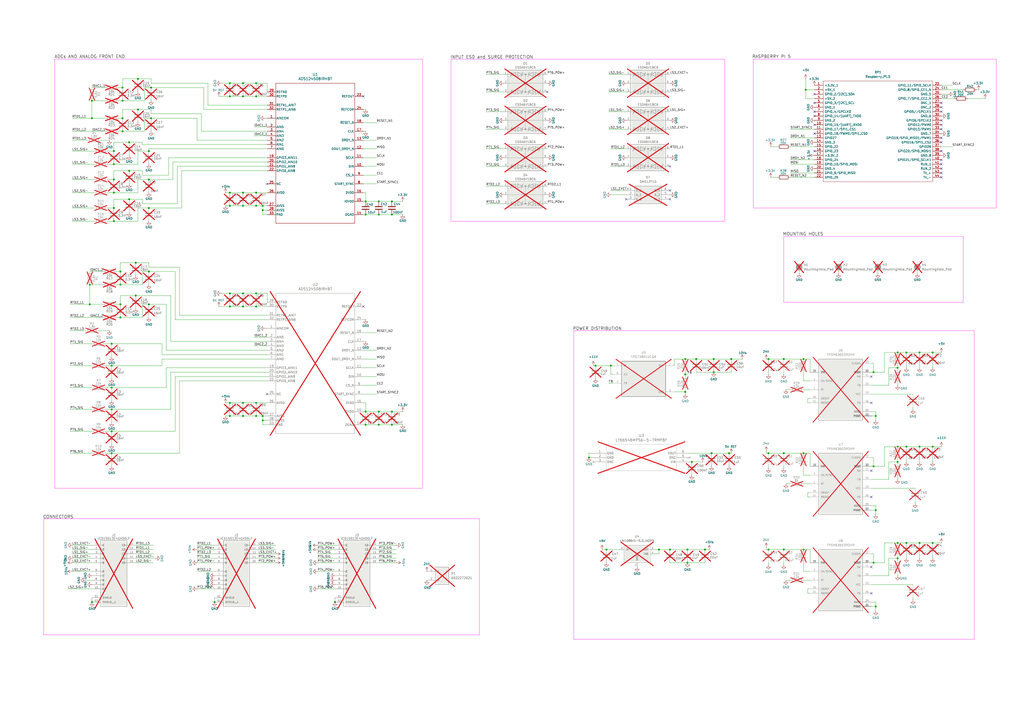
<source format=kicad_sch>
(kicad_sch (version 20231120) (generator "eeschema") (generator_version "8.0")
  (paper "A2")
  (title_block (title "Data Acquisition Board") (date "2025-11-08") (rev "2") (company "Society for Advanced Rocket Propulsion"))
  (junction (at 541.02 314.96))
  (junction (at 87.63 50.8))
  (junction (at 64.77 250.19))
  (junction (at 212.09 124.46))
  (junction (at 86.36 157.48))
  (junction (at 86.36 87.63))
  (junction (at 64.77 212.09))
  (junction (at 80.01 63.5))
  (junction (at 148.59 111.76))
  (junction (at 152.4 119.38))
  (junction (at 140.97 48.26))
  (junction (at 148.59 241.3))
  (junction (at 466.09 318.77))
  (junction (at 78.74 171.45))
  (junction (at 52.07 176.53))
  (junction (at 133.35 55.88))
  (junction (at 152.4 121.92))
  (junction (at 467.36 52.07))
  (junction (at 53.34 58.42))
  (junction (at 64.77 199.39))
  (junction (at 401.32 267.97))
  (junction (at 148.59 55.88))
  (junction (at 69.85 176.53))
  (junction (at 78.74 152.4))
  (junction (at 227.33 246.38))
  (junction (at 445.77 208.28))
  (junction (at 414.02 208.28))
  (junction (at 520.7 267.97))
  (junction (at 212.09 238.76))
  (junction (at 403.86 208.28))
  (junction (at 398.78 326.39))
  (junction (at 227.33 124.46))
  (junction (at 520.7 259.08))
  (junction (at 397.51 217.17))
  (junction (at 64.77 224.79))
  (junction (at 71.12 58.42))
  (junction (at 133.35 111.76))
  (junction (at 533.4 314.96))
  (junction (at 66.04 128.27))
  (junction (at 133.35 170.18))
  (junction (at 69.85 184.15))
  (junction (at 533.4 204.47))
  (junction (at 148.59 48.26))
  (junction (at 86.36 120.65))
  (junction (at 506.73 326.39))
  (junction (at 388.62 318.77))
  (junction (at 454.66 208.28))
  (junction (at 212.09 246.38))
  (junction (at 80.01 45.72))
  (junction (at 219.71 246.38))
  (junction (at 133.35 119.38))
  (junction (at 53.34 68.58))
  (junction (at 87.63 68.58))
  (junction (at 140.97 119.38))
  (junction (at 86.36 104.14))
  (junction (at 86.36 176.53))
  (junction (at 64.77 262.89))
  (junction (at 466.09 208.28))
  (junction (at 74.93 115.57))
  (junction (at 71.12 68.58))
  (junction (at 64.77 237.49))
  (junction (at 354.33 212.09))
  (junction (at 148.59 177.8))
  (junction (at 520.7 204.47))
  (junction (at 454.66 318.77))
  (junction (at 148.59 233.68))
  (junction (at 152.4 241.3))
  (junction (at 533.4 259.08))
  (junction (at 71.12 76.2))
  (junction (at 140.97 55.88))
  (junction (at 219.71 116.84))
  (junction (at 520.7 314.96))
  (junction (at 219.71 238.76))
  (junction (at 412.75 262.89))
  (junction (at 71.12 50.8))
  (junction (at 140.97 111.76))
  (junction (at 508 295.91))
  (junction (at 398.78 318.77))
  (junction (at 227.33 238.76))
  (junction (at 69.85 165.1))
  (junction (at 525.78 204.47))
  (junction (at 133.35 241.3))
  (junction (at 66.04 111.76))
  (junction (at 541.02 204.47))
  (junction (at 66.04 120.65))
  (junction (at 53.34 349.25))
  (junction (at 397.51 208.28))
  (junction (at 445.77 262.89))
  (junction (at 508 351.79))
  (junction (at 140.97 233.68))
  (junction (at 351.79 318.77))
  (junction (at 69.85 157.48))
  (junction (at 382.27 318.77))
  (junction (at 140.97 177.8))
  (junction (at 454.66 262.89))
  (junction (at 414.02 215.9))
  (junction (at 148.59 170.18))
  (junction (at 140.97 170.18))
  (junction (at 408.94 318.77))
  (junction (at 74.93 99.06))
  (junction (at 66.04 87.63))
  (junction (at 124.46 349.25))
  (junction (at 466.09 262.89))
  (junction (at 508 241.3))
  (junction (at 227.33 116.84))
  (junction (at 133.35 233.68))
  (junction (at 506.73 215.9))
  (junction (at 422.91 262.89))
  (junction (at 397.51 227.33))
  (junction (at 148.59 119.38))
  (junction (at 525.78 259.08))
  (junction (at 66.04 104.14))
  (junction (at 140.97 241.3))
  (junction (at 520.7 213.36))
  (junction (at 520.7 323.85))
  (junction (at 445.77 318.77))
  (junction (at 133.35 177.8))
  (junction (at 506.73 270.51))
  (junction (at 74.93 82.55))
  (junction (at 541.02 259.08))
  (junction (at 341.63 265.43))
  (junction (at 525.78 314.96))
  (junction (at 52.07 165.1))
  (junction (at 212.09 116.84))
  (junction (at 424.18 208.28))
  (junction (at 133.35 48.26))
  (junction (at 345.44 212.09))
  (junction (at 219.71 124.46))
  (junction (at 194.31 349.25))
  (junction (at 66.04 95.25))
  (junction (at 152.4 243.84))
  (no_connect (at 472.44 64.77))
  (no_connect (at 546.1 95.25))
  (no_connect (at 546.1 64.77))
  (no_connect (at 472.44 67.31))
  (no_connect (at 472.44 59.69))
  (no_connect (at 388.62 96.52))
  (no_connect (at 317.5 53.34))
  (no_connect (at 546.1 80.01))
  (no_connect (at 472.44 54.61))
  (no_connect (at 505.46 288.29))
  (no_connect (at 210.82 177.8))
  (no_connect (at 546.1 62.23))
  (no_connect (at 388.62 115.57))
  (no_connect (at 388.62 110.49))
  (no_connect (at 546.1 82.55))
  (no_connect (at 472.44 87.63))
  (no_connect (at 363.22 115.57))
  (no_connect (at 210.82 55.88))
  (no_connect (at 546.1 72.39))
  (no_connect (at 546.1 100.33))
  (no_connect (at 154.94 106.68))
  (no_connect (at 546.1 97.79))
  (no_connect (at 546.1 102.87))
  (no_connect (at 472.44 72.39))
  (no_connect (at 505.46 344.17))
  (no_connect (at 505.46 273.05))
  (no_connect (at 505.46 328.93))
  (no_connect (at 546.1 59.69))
  (no_connect (at 154.94 228.6))
  (no_connect (at 472.44 77.47))
  (no_connect (at 546.1 69.85))
  (no_connect (at 505.46 218.44))
  (no_connect (at 546.1 92.71))
  (no_connect (at 546.1 74.93))
  (no_connect (at 546.1 87.63))
  (no_connect (at 505.46 233.68))
  (wire (pts (xy 101.6 218.44) (xy 101.6 250.19)))
  (wire (pts (xy 513.08 259.08) (xy 520.7 259.08)))
  (wire (pts (xy 466.09 208.28) (xy 469.9 208.28)))
  (polyline (pts (xy 332.74 370.84) (xy 332.74 191.77)) (stroke (width 0) (color 255 0 224 1)))
  (wire (pts (xy 60.96 262.89) (xy 64.77 262.89)))
  (wire (pts (xy 212.09 246.38) (xy 219.71 246.38)))
  (polyline (pts (xy 558.8 175.26) (xy 558.8 137.16)) (stroke (width 0) (color 255 0 224 1)))
  (wire (pts (xy 401.32 267.97) (xy 407.67 267.97)))
  (wire (pts (xy 505.46 278.13) (xy 515.62 278.13)))
  (wire (pts (xy 508 349.25) (xy 508 351.79)))
  (wire (pts (xy 382.27 318.77) (xy 388.62 318.77)))
  (wire (pts (xy 69.85 176.53) (xy 69.85 171.45)))
  (wire (pts (xy 455.93 336.55) (xy 458.47 336.55)))
  (wire (pts (xy 466.09 336.55) (xy 469.9 336.55)))
  (wire (pts (xy 62.23 104.14) (xy 66.04 104.14)))
  (wire (pts (xy 87.63 50.8) (xy 118.11 50.8)))
  (wire (pts (xy 281.94 107.95) (xy 292.1 107.95)))
  (wire (pts (xy 74.93 115.57) (xy 66.04 115.57)))
  (wire (pts (xy 354.33 212.09) (xy 355.6 212.09)))
  (wire (pts (xy 414.02 208.28) (xy 424.18 208.28)))
  (wire (pts (xy 82.55 83.82) (xy 154.94 83.82)))
  (wire (pts (xy 466.09 270.51) (xy 466.09 275.59)))
  (wire (pts (xy 505.46 283.21) (xy 530.86 283.21)))
  (wire (pts (xy 66.04 115.57) (xy 66.04 120.65)))
  (wire (pts (xy 152.4 119.38) (xy 154.94 119.38)))
  (wire (pts (xy 533.4 213.36) (xy 533.4 212.09)))
  (wire (pts (xy 114.3 326.39) (xy 124.46 326.39)))
  (wire (pts (xy 379.73 318.77) (xy 382.27 318.77)))
  (wire (pts (xy 133.35 241.3) (xy 140.97 241.3)))
  (wire (pts (xy 505.46 326.39) (xy 506.73 326.39)))
  (wire (pts (xy 515.62 278.13) (xy 515.62 267.97)))
  (wire (pts (xy 515.62 213.36) (xy 520.7 213.36)))
  (wire (pts (xy 218.44 218.44) (xy 210.82 218.44)))
  (wire (pts (xy 450.85 85.09) (xy 447.04 85.09)))
  (wire (pts (xy 53.34 346.71) (xy 53.34 349.25)))
  (wire (pts (xy 152.4 243.84) (xy 152.4 241.3)))
  (wire (pts (xy 412.75 262.89) (xy 422.91 262.89)))
  (wire (pts (xy 99.06 215.9) (xy 99.06 237.49)))
  (wire (pts (xy 105.41 99.06) (xy 105.41 120.65)))
  (wire (pts (xy 93.98 205.74) (xy 93.98 199.39)))
  (wire (pts (xy 68.58 50.8) (xy 71.12 50.8)))
  (wire (pts (xy 212.09 116.84) (xy 219.71 116.84)))
  (wire (pts (xy 219.71 326.39) (xy 229.87 326.39)))
  (wire (pts (xy 391.16 208.28) (xy 391.16 212.09)))
  (wire (pts (xy 561.34 57.15) (xy 571.5 57.15)))
  (wire (pts (xy 148.59 177.8) (xy 154.94 177.8)))
  (wire (pts (xy 218.44 96.52) (xy 210.82 96.52)))
  (wire (pts (xy 80.01 120.65) (xy 80.01 128.27)))
  (wire (pts (xy 397.51 218.44) (xy 397.51 217.17)))
  (wire (pts (xy 40.64 262.89) (xy 53.34 262.89)))
  (wire (pts (xy 49.53 336.55) (xy 53.34 336.55)))
  (wire (pts (xy 520.7 259.08) (xy 525.78 259.08)))
  (wire (pts (xy 218.44 91.44) (xy 210.82 91.44)))
  (wire (pts (xy 397.51 228.6) (xy 397.51 227.33)))
  (wire (pts (xy 505.46 215.9) (xy 506.73 215.9)))
  (wire (pts (xy 533.4 259.08) (xy 541.02 259.08)))
  (wire (pts (xy 116.84 76.2) (xy 154.94 76.2)))
  (wire (pts (xy 184.15 323.85) (xy 194.31 323.85)))
  (wire (pts (xy 184.15 326.39) (xy 194.31 326.39)))
  (wire (pts (xy 78.74 323.85) (xy 90.17 323.85)))
  (wire (pts (xy 520.7 334.01) (xy 520.7 332.74)))
  (wire (pts (xy 546.1 57.15) (xy 553.72 57.15)))
  (wire (pts (xy 41.91 321.31) (xy 53.34 321.31)))
  (wire (pts (xy 344.17 212.09) (xy 345.44 212.09)))
  (polyline (pts (xy 420.37 34.29) (xy 261.62 34.29)) (stroke (width 0) (color 255 0 224 1)))
  (wire (pts (xy 148.59 233.68) (xy 154.94 233.68)))
  (wire (pts (xy 281.94 118.11) (xy 292.1 118.11)))
  (wire (pts (xy 184.15 318.77) (xy 194.31 318.77)))
  (wire (pts (xy 68.58 58.42) (xy 71.12 58.42)))
  (wire (pts (xy 353.06 64.77) (xy 363.22 64.77)))
  (wire (pts (xy 71.12 63.5) (xy 80.01 63.5)))
  (wire (pts (xy 67.31 176.53) (xy 69.85 176.53)))
  (wire (pts (xy 505.46 223.52) (xy 515.62 223.52)))
  (wire (pts (xy 414.02 208.28) (xy 403.86 208.28)))
  (polyline (pts (xy 31.75 34.29) (xy 31.75 283.21)) (stroke (width 0) (color 255 0 224 1)))
  (wire (pts (xy 93.98 208.28) (xy 93.98 212.09)))
  (wire (pts (xy 529.59 346.71) (xy 529.59 347.98)))
  (wire (pts (xy 212.09 238.76) (xy 219.71 238.76)))
  (wire (pts (xy 104.14 220.98) (xy 104.14 262.89)))
  (wire (pts (xy 520.7 266.7) (xy 520.7 267.97)))
  (wire (pts (xy 71.12 76.2) (xy 83.82 76.2)))
  (wire (pts (xy 82.55 176.53) (xy 86.36 176.53)))
  (wire (pts (xy 466.09 280.67) (xy 469.9 280.67)))
  (wire (pts (xy 353.06 74.93) (xy 363.22 74.93)))
  (wire (pts (xy 62.23 111.76) (xy 66.04 111.76)))
  (wire (pts (xy 454.66 217.17) (xy 454.66 215.9)))
  (wire (pts (xy 64.77 224.79) (xy 96.52 224.79)))
  (wire (pts (xy 114.3 316.23) (xy 124.46 316.23)))
  (wire (pts (xy 82.55 101.6) (xy 97.79 101.6)))
  (wire (pts (xy 281.94 74.93) (xy 292.1 74.93)))
  (wire (pts (xy 99.06 171.45) (xy 99.06 198.12)))
  (wire (pts (xy 403.86 215.9) (xy 414.02 215.9)))
  (wire (pts (xy 66.04 99.06) (xy 66.04 104.14)))
  (wire (pts (xy 80.01 87.63) (xy 80.01 95.25)))
  (wire (pts (xy 130.81 119.38) (xy 133.35 119.38)))
  (wire (pts (xy 82.55 99.06) (xy 82.55 101.6)))
  (wire (pts (xy 506.73 265.43) (xy 506.73 270.51)))
  (wire (pts (xy 219.71 323.85) (xy 229.87 323.85)))
  (wire (pts (xy 400.05 262.89) (xy 412.75 262.89)))
  (wire (pts (xy 97.79 91.44) (xy 97.79 101.6)))
  (wire (pts (xy 472.44 92.71) (xy 458.47 92.71)))
  (wire (pts (xy 41.91 326.39) (xy 53.34 326.39)))
  (wire (pts (xy 210.82 63.5) (xy 212.09 63.5)))
  (wire (pts (xy 53.34 58.42) (xy 60.96 58.42)))
  (wire (pts (xy 455.93 280.67) (xy 458.47 280.67)))
  (wire (pts (xy 149.86 318.77) (xy 160.02 318.77)))
  (wire (pts (xy 520.7 204.47) (xy 525.78 204.47)))
  (wire (pts (xy 515.62 323.85) (xy 520.7 323.85)))
  (wire (pts (xy 154.94 246.38) (xy 152.4 246.38)))
  (wire (pts (xy 525.78 204.47) (xy 533.4 204.47)))
  (wire (pts (xy 218.44 193.04) (xy 210.82 193.04)))
  (wire (pts (xy 93.98 199.39) (xy 64.77 199.39)))
  (polyline (pts (xy 558.8 137.16) (xy 454.66 137.16)) (stroke (width 0) (color 255 0 224 1)))
  (wire (pts (xy 100.33 93.98) (xy 100.33 104.14)))
  (wire (pts (xy 525.78 267.97) (xy 525.78 266.7)))
  (wire (pts (xy 67.31 157.48) (xy 69.85 157.48)))
  (wire (pts (xy 458.47 80.01) (xy 472.44 80.01)))
  (wire (pts (xy 445.77 327.66) (xy 445.77 326.39)))
  (wire (pts (xy 525.78 323.85) (xy 525.78 322.58)))
  (wire (pts (xy 408.94 318.77) (xy 411.48 318.77)))
  (wire (pts (xy 508 241.3) (xy 505.46 241.3)))
  (wire (pts (xy 508 295.91) (xy 508 298.45)))
  (wire (pts (xy 74.93 82.55) (xy 66.04 82.55)))
  (wire (pts (xy 83.82 68.58) (xy 83.82 76.2)))
  (wire (pts (xy 508 241.3) (xy 508 243.84)))
  (wire (pts (xy 382.27 321.31) (xy 382.27 318.77)))
  (wire (pts (xy 78.74 318.77) (xy 88.9 318.77)))
  (wire (pts (xy 388.62 326.39) (xy 398.78 326.39)))
  (wire (pts (xy 60.96 199.39) (xy 64.77 199.39)))
  (wire (pts (xy 96.52 176.53) (xy 86.36 176.53)))
  (polyline (pts (xy 245.11 34.29) (xy 31.75 34.29)) (stroke (width 0) (color 255 0 224 1)))
  (wire (pts (xy 219.71 124.46) (xy 227.33 124.46)))
  (wire (pts (xy 344.17 265.43) (xy 341.63 265.43)))
  (wire (pts (xy 80.01 111.76) (xy 66.04 111.76)))
  (wire (pts (xy 148.59 241.3) (xy 152.4 241.3)))
  (wire (pts (xy 458.47 95.25) (xy 472.44 95.25)))
  (wire (pts (xy 469.9 208.28) (xy 469.9 215.9)))
  (wire (pts (xy 41.91 120.65) (xy 54.61 120.65)))
  (wire (pts (xy 210.82 111.76) (xy 212.09 111.76)))
  (wire (pts (xy 64.77 262.89) (xy 104.14 262.89)))
  (wire (pts (xy 513.08 314.96) (xy 520.7 314.96)))
  (wire (pts (xy 41.91 111.76) (xy 54.61 111.76)))
  (wire (pts (xy 41.91 128.27) (xy 54.61 128.27)))
  (wire (pts (xy 454.66 327.66) (xy 454.66 326.39)))
  (wire (pts (xy 41.91 68.58) (xy 53.34 68.58)))
  (wire (pts (xy 41.91 87.63) (xy 54.61 87.63)))
  (wire (pts (xy 345.44 212.09) (xy 354.33 212.09)))
  (wire (pts (xy 86.36 86.36) (xy 86.36 87.63)))
  (wire (pts (xy 153.67 68.58) (xy 154.94 68.58)))
  (wire (pts (xy 83.82 50.8) (xy 87.63 50.8)))
  (wire (pts (xy 78.74 326.39) (xy 88.9 326.39)))
  (wire (pts (xy 281.94 43.18) (xy 292.1 43.18)))
  (wire (pts (xy 82.55 176.53) (xy 82.55 184.15)))
  (wire (pts (xy 520.7 278.13) (xy 520.7 276.86)))
  (wire (pts (xy 104.14 182.88) (xy 154.94 182.88)))
  (wire (pts (xy 101.6 185.42) (xy 101.6 157.48)))
  (wire (pts (xy 40.64 191.77) (xy 49.53 191.77)))
  (wire (pts (xy 149.86 323.85) (xy 160.02 323.85)))
  (wire (pts (xy 218.44 101.6) (xy 210.82 101.6)))
  (wire (pts (xy 520.7 213.36) (xy 520.7 214.63)))
  (wire (pts (xy 281.94 96.52) (xy 292.1 96.52)))
  (wire (pts (xy 40.64 224.79) (xy 53.34 224.79)))
  (wire (pts (xy 83.82 68.58) (xy 87.63 68.58)))
  (wire (pts (xy 86.36 86.36) (xy 154.94 86.36)))
  (wire (pts (xy 506.73 270.51) (xy 513.08 270.51)))
  (wire (pts (xy 505.46 238.76) (xy 508 238.76)))
  (wire (pts (xy 454.66 208.28) (xy 466.09 208.28)))
  (wire (pts (xy 466.09 275.59) (xy 469.9 275.59)))
  (wire (pts (xy 400.05 267.97) (xy 401.32 267.97)))
  (wire (pts (xy 153.67 190.5) (xy 154.94 190.5)))
  (wire (pts (xy 133.35 233.68) (xy 140.97 233.68)))
  (wire (pts (xy 212.09 124.46) (xy 219.71 124.46)))
  (wire (pts (xy 102.87 96.52) (xy 102.87 118.11)))
  (wire (pts (xy 67.31 184.15) (xy 69.85 184.15)))
  (wire (pts (xy 62.23 95.25) (xy 66.04 95.25)))
  (wire (pts (xy 116.84 66.04) (xy 116.84 76.2)))
  (wire (pts (xy 354.33 96.52) (xy 363.22 96.52)))
  (wire (pts (xy 152.4 246.38) (xy 152.4 243.84)))
  (wire (pts (xy 66.04 82.55) (xy 66.04 87.63)))
  (wire (pts (xy 354.33 217.17) (xy 354.33 212.09)))
  (wire (pts (xy 281.94 86.36) (xy 292.1 86.36)))
  (wire (pts (xy 469.9 344.17) (xy 468.63 344.17)))
  (wire (pts (xy 210.82 124.46) (xy 212.09 124.46)))
  (wire (pts (xy 566.42 52.07) (xy 567.69 52.07)))
  (wire (pts (xy 41.91 331.47) (xy 53.34 331.47)))
  (wire (pts (xy 41.91 81.28) (xy 50.8 81.28)))
  (wire (pts (xy 391.16 208.28) (xy 397.51 208.28)))
  (wire (pts (xy 533.4 204.47) (xy 541.02 204.47)))
  (wire (pts (xy 40.64 237.49) (xy 53.34 237.49)))
  (wire (pts (xy 454.66 318.77) (xy 466.09 318.77)))
  (wire (pts (xy 445.77 208.28) (xy 454.66 208.28)))
  (wire (pts (xy 379.73 321.31) (xy 382.27 321.31)))
  (wire (pts (xy 469.9 288.29) (xy 468.63 288.29)))
  (wire (pts (xy 58.42 81.28) (xy 63.5 81.28)))
  (wire (pts (xy 520.7 323.85) (xy 520.7 325.12)))
  (wire (pts (xy 450.85 102.87) (xy 447.04 102.87)))
  (wire (pts (xy 354.33 86.36) (xy 363.22 86.36)))
  (wire (pts (xy 87.63 68.58) (xy 114.3 68.58)))
  (wire (pts (xy 458.47 85.09) (xy 472.44 85.09)))
  (wire (pts (xy 454.66 271.78) (xy 454.66 270.51)))
  (wire (pts (xy 154.94 170.18) (xy 154.94 175.26)))
  (wire (pts (xy 53.34 50.8) (xy 60.96 50.8)))
  (wire (pts (xy 508 293.37) (xy 508 295.91)))
  (wire (pts (xy 398.78 318.77) (xy 408.94 318.77)))
  (wire (pts (xy 541.02 323.85) (xy 541.02 322.58)))
  (wire (pts (xy 355.6 217.17) (xy 354.33 217.17)))
  (wire (pts (xy 114.3 321.31) (xy 124.46 321.31)))
  (wire (pts (xy 397.51 226.06) (xy 397.51 227.33)))
  (wire (pts (xy 80.01 63.5) (xy 87.63 63.5)))
  (wire (pts (xy 67.31 165.1) (xy 69.85 165.1)))
  (wire (pts (xy 219.71 321.31) (xy 229.87 321.31)))
  (wire (pts (xy 60.96 212.09) (xy 64.77 212.09)))
  (wire (pts (xy 149.86 326.39) (xy 160.02 326.39)))
  (wire (pts (xy 508 351.79) (xy 505.46 351.79)))
  (wire (pts (xy 505.46 349.25) (xy 508 349.25)))
  (wire (pts (xy 505.46 228.6) (xy 529.59 228.6)))
  (wire (pts (xy 82.55 115.57) (xy 82.55 118.11)))
  (wire (pts (xy 541.02 267.97) (xy 541.02 266.7)))
  (wire (pts (xy 60.96 237.49) (xy 64.77 237.49)))
  (wire (pts (xy 52.07 165.1) (xy 59.69 165.1)))
  (wire (pts (xy 99.06 215.9) (xy 154.94 215.9)))
  (wire (pts (xy 466.09 318.77) (xy 469.9 318.77)))
  (polyline (pts (xy 565.15 370.84) (xy 565.15 191.77)) (stroke (width 0) (color 255 0 224 1)))
  (wire (pts (xy 80.01 95.25) (xy 66.04 95.25)))
  (wire (pts (xy 149.86 316.23) (xy 160.02 316.23)))
  (wire (pts (xy 96.52 213.36) (xy 154.94 213.36)))
  (wire (pts (xy 154.94 185.42) (xy 101.6 185.42)))
  (wire (pts (xy 351.79 318.77) (xy 359.41 318.77)))
  (wire (pts (xy 422.91 262.89) (xy 424.18 262.89)))
  (wire (pts (xy 541.02 204.47) (xy 546.1 204.47)))
  (wire (pts (xy 140.97 48.26) (xy 148.59 48.26)))
  (wire (pts (xy 506.73 210.82) (xy 506.73 215.9)))
  (wire (pts (xy 101.6 218.44) (xy 154.94 218.44)))
  (wire (pts (xy 133.35 111.76) (xy 140.97 111.76)))
  (wire (pts (xy 520.7 267.97) (xy 520.7 269.24)))
  (wire (pts (xy 82.55 118.11) (xy 102.87 118.11)))
  (wire (pts (xy 148.59 119.38) (xy 152.4 119.38)))
  (wire (pts (xy 218.44 208.28) (xy 210.82 208.28)))
  (wire (pts (xy 133.35 177.8) (xy 140.97 177.8)))
  (wire (pts (xy 80.01 128.27) (xy 66.04 128.27)))
  (wire (pts (xy 60.96 224.79) (xy 64.77 224.79)))
  (wire (pts (xy 71.12 58.42) (xy 83.82 58.42)))
  (wire (pts (xy 549.91 54.61) (xy 546.1 54.61)))
  (wire (pts (xy 397.51 215.9) (xy 397.51 217.17)))
  (wire (pts (xy 93.98 205.74) (xy 154.94 205.74)))
  (wire (pts (xy 466.09 215.9) (xy 466.09 220.98)))
  (polyline (pts (xy 558.8 175.26) (xy 454.66 175.26)) (stroke (width 0) (color 255 0 224 1)))
  (wire (pts (xy 212.09 233.68) (xy 212.09 238.76)))
  (wire (pts (xy 86.36 104.14) (xy 100.33 104.14)))
  (wire (pts (xy 140.97 177.8) (xy 148.59 177.8)))
  (wire (pts (xy 341.63 262.89) (xy 344.17 262.89)))
  (wire (pts (xy 140.97 241.3) (xy 148.59 241.3)))
  (wire (pts (xy 227.33 124.46) (xy 233.68 124.46)))
  (wire (pts (xy 210.82 81.28) (xy 218.44 81.28)))
  (wire (pts (xy 212.09 198.12) (xy 210.82 198.12)))
  (wire (pts (xy 219.71 316.23) (xy 229.87 316.23)))
  (wire (pts (xy 152.4 243.84) (xy 154.94 243.84)))
  (wire (pts (xy 210.82 203.2) (xy 218.44 203.2)))
  (polyline (pts (xy 25.4 368.3) (xy 278.13 368.3)) (stroke (width 0) (color 255 0 224 1)))
  (wire (pts (xy 353.06 53.34) (xy 363.22 53.34)))
  (wire (pts (xy 458.47 102.87) (xy 472.44 102.87)))
  (wire (pts (xy 444.5 318.77) (xy 445.77 318.77)))
  (polyline (pts (xy 577.85 120.65) (xy 577.85 34.29)) (stroke (width 0) (color 255 0 224 1)))
  (wire (pts (xy 118.11 50.8) (xy 118.11 63.5)))
  (wire (pts (xy 354.33 113.03) (xy 363.22 113.03)))
  (wire (pts (xy 467.36 57.15) (xy 472.44 57.15)))
  (wire (pts (xy 57.15 191.77) (xy 63.5 191.77)))
  (wire (pts (xy 130.81 241.3) (xy 133.35 241.3)))
  (wire (pts (xy 87.63 66.04) (xy 116.84 66.04)))
  (wire (pts (xy 466.09 326.39) (xy 466.09 331.47)))
  (wire (pts (xy 466.09 220.98) (xy 469.9 220.98)))
  (wire (pts (xy 455.93 226.06) (xy 458.47 226.06)))
  (wire (pts (xy 529.59 236.22) (xy 529.59 237.49)))
  (wire (pts (xy 210.82 106.68) (xy 218.44 106.68)))
  (wire (pts (xy 133.35 48.26) (xy 140.97 48.26)))
  (wire (pts (xy 101.6 157.48) (xy 86.36 157.48)))
  (wire (pts (xy 515.62 267.97) (xy 520.7 267.97)))
  (wire (pts (xy 466.09 226.06) (xy 469.9 226.06)))
  (wire (pts (xy 506.73 215.9) (xy 513.08 215.9)))
  (wire (pts (xy 218.44 213.36) (xy 210.82 213.36)))
  (wire (pts (xy 391.16 227.33) (xy 397.51 227.33)))
  (wire (pts (xy 99.06 237.49) (xy 64.77 237.49)))
  (wire (pts (xy 154.94 48.26) (xy 154.94 53.34)))
  (wire (pts (xy 154.94 91.44) (xy 97.79 91.44)))
  (wire (pts (xy 154.94 48.26) (xy 148.59 48.26)))
  (wire (pts (xy 520.7 223.52) (xy 520.7 222.25)))
  (wire (pts (xy 128.27 48.26) (xy 133.35 48.26)))
  (wire (pts (xy 354.33 110.49) (xy 363.22 110.49)))
  (wire (pts (xy 86.36 87.63) (xy 80.01 87.63)))
  (wire (pts (xy 140.97 119.38) (xy 148.59 119.38)))
  (wire (pts (xy 154.94 93.98) (xy 100.33 93.98)))
  (wire (pts (xy 53.34 68.58) (xy 53.34 58.42)))
  (wire (pts (xy 533.4 323.85) (xy 533.4 322.58)))
  (wire (pts (xy 41.91 323.85) (xy 53.34 323.85)))
  (wire (pts (xy 218.44 228.6) (xy 210.82 228.6)))
  (wire (pts (xy 154.94 124.46) (xy 152.4 124.46)))
  (wire (pts (xy 39.37 341.63) (xy 53.34 341.63)))
  (polyline (pts (xy 31.75 283.21) (xy 245.11 283.21)) (stroke (width 0) (color 255 0 224 1)))
  (wire (pts (xy 64.77 212.09) (xy 93.98 212.09)))
  (wire (pts (xy 133.35 170.18) (xy 140.97 170.18)))
  (wire (pts (xy 184.15 331.47) (xy 194.31 331.47)))
  (wire (pts (xy 469.9 233.68) (xy 468.63 233.68)))
  (wire (pts (xy 506.73 321.31) (xy 506.73 326.39)))
  (wire (pts (xy 281.94 53.34) (xy 292.1 53.34)))
  (wire (pts (xy 71.12 68.58) (xy 71.12 63.5)))
  (wire (pts (xy 71.12 45.72) (xy 80.01 45.72)))
  (wire (pts (xy 219.71 246.38) (xy 227.33 246.38)))
  (wire (pts (xy 133.35 119.38) (xy 140.97 119.38)))
  (wire (pts (xy 184.15 316.23) (xy 194.31 316.23)))
  (wire (pts (xy 219.71 318.77) (xy 229.87 318.77)))
  (wire (pts (xy 530.86 290.83) (xy 530.86 292.1)))
  (wire (pts (xy 74.93 82.55) (xy 82.55 82.55)))
  (wire (pts (xy 130.81 111.76) (xy 133.35 111.76)))
  (wire (pts (xy 68.58 76.2) (xy 71.12 76.2)))
  (wire (pts (xy 83.82 50.8) (xy 83.82 58.42)))
  (wire (pts (xy 506.73 326.39) (xy 513.08 326.39)))
  (wire (pts (xy 444.5 262.89) (xy 445.77 262.89)))
  (wire (pts (xy 505.46 270.51) (xy 506.73 270.51)))
  (wire (pts (xy 210.82 185.42) (xy 212.09 185.42)))
  (wire (pts (xy 398.78 326.39) (xy 408.94 326.39)))
  (wire (pts (xy 40.64 184.15) (xy 59.69 184.15)))
  (wire (pts (xy 152.4 121.92) (xy 152.4 119.38)))
  (wire (pts (xy 154.94 170.18) (xy 148.59 170.18)))
  (wire (pts (xy 40.64 176.53) (xy 52.07 176.53)))
  (wire (pts (xy 69.85 152.4) (xy 78.74 152.4)))
  (wire (pts (xy 520.7 322.58) (xy 520.7 323.85)))
  (wire (pts (xy 149.86 321.31) (xy 160.02 321.31)))
  (wire (pts (xy 430.53 208.28) (xy 424.18 208.28)))
  (wire (pts (xy 140.97 55.88) (xy 148.59 55.88)))
  (wire (pts (xy 468.63 288.29) (xy 468.63 285.75)))
  (wire (pts (xy 515.62 223.52) (xy 515.62 213.36)))
  (wire (pts (xy 154.94 99.06) (xy 105.41 99.06)))
  (wire (pts (xy 218.44 86.36) (xy 210.82 86.36)))
  (wire (pts (xy 219.71 116.84) (xy 227.33 116.84)))
  (wire (pts (xy 69.85 165.1) (xy 82.55 165.1)))
  (wire (pts (xy 467.36 52.07) (xy 467.36 57.15)))
  (wire (pts (xy 513.08 270.51) (xy 513.08 259.08)))
  (wire (pts (xy 124.46 346.71) (xy 124.46 349.25)))
  (wire (pts (xy 445.77 271.78) (xy 445.77 270.51)))
  (wire (pts (xy 398.78 217.17) (xy 397.51 217.17)))
  (wire (pts (xy 194.31 346.71) (xy 194.31 349.25)))
  (wire (pts (xy 458.47 74.93) (xy 472.44 74.93)))
  (wire (pts (xy 281.94 64.77) (xy 292.1 64.77)))
  (wire (pts (xy 147.32 195.58) (xy 154.94 195.58)))
  (wire (pts (xy 60.96 68.58) (xy 53.34 68.58)))
  (wire (pts (xy 64.77 250.19) (xy 101.6 250.19)))
  (wire (pts (xy 87.63 45.72) (xy 87.63 48.26)))
  (wire (pts (xy 505.46 210.82) (xy 506.73 210.82)))
  (wire (pts (xy 468.63 231.14) (xy 469.9 231.14)))
  (wire (pts (xy 114.3 331.47) (xy 124.46 331.47)))
  (wire (pts (xy 508 295.91) (xy 505.46 295.91)))
  (wire (pts (xy 349.25 318.77) (xy 351.79 318.77)))
  (wire (pts (xy 212.09 76.2) (xy 210.82 76.2)))
  (wire (pts (xy 210.82 246.38) (xy 212.09 246.38)))
  (wire (pts (xy 505.46 339.09) (xy 529.59 339.09)))
  (wire (pts (xy 140.97 170.18) (xy 148.59 170.18)))
  (wire (pts (xy 468.63 341.63) (xy 469.9 341.63)))
  (wire (pts (xy 114.3 323.85) (xy 124.46 323.85)))
  (wire (pts (xy 505.46 265.43) (xy 506.73 265.43)))
  (wire (pts (xy 154.94 96.52) (xy 102.87 96.52)))
  (wire (pts (xy 341.63 265.43) (xy 341.63 262.89)))
  (polyline (pts (xy 436.88 120.65) (xy 436.88 34.29)) (stroke (width 0) (color 255 0 224 1)))
  (polyline (pts (xy 25.4 300.99) (xy 278.13 300.99)) (stroke (width 0) (color 255 0 224 1)))
  (wire (pts (xy 96.52 213.36) (xy 96.52 224.79)))
  (wire (pts (xy 212.09 111.76) (xy 212.09 116.84)))
  (wire (pts (xy 80.01 45.72) (xy 87.63 45.72)))
  (wire (pts (xy 525.78 259.08) (xy 533.4 259.08)))
  (wire (pts (xy 444.5 208.28) (xy 445.77 208.28)))
  (wire (pts (xy 52.07 157.48) (xy 59.69 157.48)))
  (wire (pts (xy 472.44 52.07) (xy 467.36 52.07)))
  (wire (pts (xy 62.23 87.63) (xy 66.04 87.63)))
  (wire (pts (xy 505.46 321.31) (xy 506.73 321.31)))
  (polyline (pts (xy 454.66 175.26) (xy 454.66 137.16)) (stroke (width 0) (color 255 0 224 1)))
  (wire (pts (xy 96.52 203.2) (xy 96.52 176.53)))
  (wire (pts (xy 458.47 100.33) (xy 472.44 100.33)))
  (wire (pts (xy 78.74 321.31) (xy 88.9 321.31)))
  (wire (pts (xy 541.02 314.96) (xy 546.1 314.96)))
  (wire (pts (xy 533.4 267.97) (xy 533.4 266.7)))
  (wire (pts (xy 82.55 157.48) (xy 86.36 157.48)))
  (wire (pts (xy 140.97 233.68) (xy 148.59 233.68)))
  (wire (pts (xy 444.5 318.77) (xy 444.5 317.5)))
  (wire (pts (xy 78.74 171.45) (xy 99.06 171.45)))
  (wire (pts (xy 62.23 120.65) (xy 66.04 120.65)))
  (wire (pts (xy 86.36 104.14) (xy 80.01 104.14)))
  (wire (pts (xy 82.55 157.48) (xy 82.55 165.1)))
  (wire (pts (xy 184.15 321.31) (xy 194.31 321.31)))
  (wire (pts (xy 78.74 316.23) (xy 88.9 316.23)))
  (wire (pts (xy 147.32 73.66) (xy 154.94 73.66)))
  (wire (pts (xy 78.74 152.4) (xy 86.36 152.4)))
  (wire (pts (xy 525.78 213.36) (xy 525.78 212.09)))
  (wire (pts (xy 525.78 314.96) (xy 533.4 314.96)))
  (wire (pts (xy 353.06 43.18) (xy 363.22 43.18)))
  (wire (pts (xy 505.46 334.01) (xy 515.62 334.01)))
  (wire (pts (xy 467.36 45.72) (xy 467.36 52.07)))
  (wire (pts (xy 74.93 99.06) (xy 82.55 99.06)))
  (wire (pts (xy 99.06 198.12) (xy 154.94 198.12)))
  (wire (pts (xy 541.02 259.08) (xy 546.1 259.08)))
  (wire (pts (xy 210.82 223.52) (xy 218.44 223.52)))
  (wire (pts (xy 210.82 233.68) (xy 212.09 233.68)))
  (polyline (pts (xy 332.74 370.84) (xy 565.15 370.84)) (stroke (width 0) (color 255 0 224 1)))
  (wire (pts (xy 541.02 213.36) (xy 541.02 212.09)))
  (wire (pts (xy 227.33 246.38) (xy 233.68 246.38)))
  (wire (pts (xy 40.64 250.19) (xy 53.34 250.19)))
  (wire (pts (xy 210.82 116.84) (xy 212.09 116.84)))
  (wire (pts (xy 152.4 241.3) (xy 154.94 241.3)))
  (polyline (pts (xy 332.74 191.77) (xy 565.15 191.77)) (stroke (width 0) (color 255 0 224 1)))
  (wire (pts (xy 133.35 55.88) (xy 140.97 55.88)))
  (wire (pts (xy 445.77 318.77) (xy 454.66 318.77)))
  (wire (pts (xy 118.11 63.5) (xy 154.94 63.5)))
  (wire (pts (xy 60.96 250.19) (xy 64.77 250.19)))
  (polyline (pts (xy 25.4 368.3) (xy 25.4 300.99)) (stroke (width 0) (color 255 0 224 1)))
  (wire (pts (xy 184.15 341.63) (xy 194.31 341.63)))
  (wire (pts (xy 468.63 285.75) (xy 469.9 285.75)))
  (wire (pts (xy 86.36 120.65) (xy 80.01 120.65)))
  (wire (pts (xy 120.65 48.26) (xy 120.65 60.96)))
  (wire (pts (xy 120.65 60.96) (xy 154.94 60.96)))
  (wire (pts (xy 513.08 326.39) (xy 513.08 314.96)))
  (wire (pts (xy 546.1 85.09) (xy 552.45 85.09)))
  (wire (pts (xy 444.5 262.89) (xy 444.5 261.62)))
  (wire (pts (xy 114.3 68.58) (xy 114.3 81.28)))
  (wire (pts (xy 520.7 314.96) (xy 525.78 314.96)))
  (wire (pts (xy 468.63 233.68) (xy 468.63 231.14)))
  (wire (pts (xy 227.33 116.84) (xy 233.68 116.84)))
  (polyline (pts (xy 577.85 34.29) (xy 436.88 34.29)) (stroke (width 0) (color 255 0 224 1)))
  (wire (pts (xy 515.62 334.01) (xy 515.62 323.85)))
  (wire (pts (xy 114.3 341.63) (xy 124.46 341.63)))
  (wire (pts (xy 147.32 78.74) (xy 154.94 78.74)))
  (wire (pts (xy 68.58 68.58) (xy 71.12 68.58)))
  (wire (pts (xy 505.46 293.37) (xy 508 293.37)))
  (wire (pts (xy 508 238.76) (xy 508 241.3)))
  (wire (pts (xy 520.7 212.09) (xy 520.7 213.36)))
  (wire (pts (xy 41.91 95.25) (xy 54.61 95.25)))
  (wire (pts (xy 40.64 212.09) (xy 53.34 212.09)))
  (wire (pts (xy 74.93 115.57) (xy 82.55 115.57)))
  (wire (pts (xy 154.94 220.98) (xy 104.14 220.98)))
  (wire (pts (xy 210.82 238.76) (xy 212.09 238.76)))
  (wire (pts (xy 114.3 81.28) (xy 154.94 81.28)))
  (wire (pts (xy 469.9 318.77) (xy 469.9 326.39)))
  (wire (pts (xy 508 351.79) (xy 508 354.33)))
  (wire (pts (xy 388.62 318.77) (xy 398.78 318.77)))
  (wire (pts (xy 454.66 262.89) (xy 466.09 262.89)))
  (wire (pts (xy 210.82 71.12) (xy 218.44 71.12)))
  (wire (pts (xy 93.98 208.28) (xy 154.94 208.28)))
  (wire (pts (xy 71.12 50.8) (xy 71.12 45.72)))
  (wire (pts (xy 148.59 55.88) (xy 154.94 55.88)))
  (wire (pts (xy 469.9 262.89) (xy 469.9 270.51)))
  (wire (pts (xy 148.59 111.76) (xy 154.94 111.76)))
  (wire (pts (xy 152.4 121.92) (xy 154.94 121.92)))
  (wire (pts (xy 466.09 262.89) (xy 469.9 262.89)))
  (wire (pts (xy 468.63 344.17) (xy 468.63 341.63)))
  (wire (pts (xy 140.97 111.76) (xy 148.59 111.76)))
  (wire (pts (xy 41.91 316.23) (xy 53.34 316.23)))
  (wire (pts (xy 62.23 128.27) (xy 66.04 128.27)))
  (wire (pts (xy 414.02 215.9) (xy 424.18 215.9)))
  (wire (pts (xy 127 177.8) (xy 133.35 177.8)))
  (wire (pts (xy 41.91 318.77) (xy 53.34 318.77)))
  (wire (pts (xy 104.14 154.94) (xy 104.14 182.88)))
  (wire (pts (xy 59.69 176.53) (xy 52.07 176.53)))
  (wire (pts (xy 86.36 154.94) (xy 104.14 154.94)))
  (wire (pts (xy 513.08 204.47) (xy 520.7 204.47)))
  (wire (pts (xy 69.85 184.15) (xy 82.55 184.15)))
  (wire (pts (xy 513.08 215.9) (xy 513.08 204.47)))
  (polyline (pts (xy 261.62 128.27) (xy 261.62 34.29)) (stroke (width 0) (color 255 0 224 1)))
  (polyline (pts (xy 420.37 128.27) (xy 261.62 128.27)) (stroke (width 0) (color 255 0 224 1)))
  (wire (pts (xy 69.85 157.48) (xy 69.85 152.4)))
  (wire (pts (xy 82.55 82.55) (xy 82.55 83.82)))
  (wire (pts (xy 152.4 124.46) (xy 152.4 121.92)))
  (wire (pts (xy 445.77 262.89) (xy 454.66 262.89)))
  (wire (pts (xy 41.91 104.14) (xy 54.61 104.14)))
  (wire (pts (xy 40.64 199.39) (xy 53.34 199.39)))
  (wire (pts (xy 130.81 233.68) (xy 133.35 233.68)))
  (wire (pts (xy 128.27 170.18) (xy 133.35 170.18)))
  (wire (pts (xy 227.33 238.76) (xy 233.68 238.76)))
  (wire (pts (xy 86.36 120.65) (xy 105.41 120.65)))
  (wire (pts (xy 127 55.88) (xy 133.35 55.88)))
  (wire (pts (xy 403.86 208.28) (xy 397.51 208.28)))
  (wire (pts (xy 41.91 76.2) (xy 60.96 76.2)))
  (wire (pts (xy 466.09 331.47) (xy 469.9 331.47)))
  (wire (pts (xy 154.94 203.2) (xy 96.52 203.2)))
  (wire (pts (xy 80.01 104.14) (xy 80.01 111.76)))
  (wire (pts (xy 86.36 152.4) (xy 86.36 154.94)))
  (polyline (pts (xy 420.37 128.27) (xy 420.37 34.29)) (stroke (width 0) (color 255 0 224 1)))
  (polyline (pts (xy 577.85 120.65) (xy 436.88 120.65)) (stroke (width 0) (color 255 0 224 1)))
  (wire (pts (xy 533.4 314.96) (xy 541.02 314.96)))
  (polyline (pts (xy 278.13 368.3) (xy 278.13 300.99)) (stroke (width 0) (color 255 0 224 1)))
  (wire (pts (xy 87.63 63.5) (xy 87.63 66.04)))
  (wire (pts (xy 114.3 318.77) (xy 124.46 318.77)))
  (wire (pts (xy 445.77 217.17) (xy 445.77 215.9)))
  (wire (pts (xy 552.45 49.53) (xy 546.1 49.53)))
  (wire (pts (xy 546.1 52.07) (xy 558.8 52.07)))
  (wire (pts (xy 87.63 48.26) (xy 120.65 48.26)))
  (wire (pts (xy 219.71 238.76) (xy 227.33 238.76)))
  (wire (pts (xy 353.06 222.25) (xy 355.6 222.25)))
  (wire (pts (xy 52.07 176.53) (xy 52.07 165.1)))
  (wire (pts (xy 69.85 171.45) (xy 78.74 171.45)))
  (wire (pts (xy 147.32 200.66) (xy 154.94 200.66)))
  (polyline (pts (xy 245.11 283.21) (xy 245.11 34.29)) (stroke (width 0) (color 255 0 224 1)))
  (wire (pts (xy 74.93 99.06) (xy 66.04 99.06)))
  (text "RASPBERRY PI 5\n" (at 447.548 33.02 0) (effects (font (size 1.778 1.778))))
  (text "MOUNTING HOLES" (at 465.836 135.89 0) (effects (font (size 1.778 1.778))))
  (text "INPUT ESD and SURGE PROTECTION" (at 285.242 33.274 0) (effects (font (size 1.778 1.778))))
  (text "POWER DISTRIBUTION\n" (at 346.456 190.754 0) (effects (font (size 1.778 1.778))))
  (text "ADCs AND ANALOG FRONT END" (at 52.07 33.02 0) (effects (font (size 1.778 1.778))))
  (text "CONNECTORS" (at 33.782 299.974 0) (effects (font (size 1.778 1.778))))
  (label "START_SYNC2" (at 218.44 228.6 0))
  (label "PT3_POW+" (at 149.86 323.85 0))
  (label "RESET_N2" (at 458.47 102.87 0))
  (label "RTD2_L1" (at 317.5 107.95 0))
  (label "LS1_SIG+" (at 41.91 87.63 0))
  (label "LS2_SIG+" (at 353.06 74.93 0))
  (label "DRDY_N1" (at 458.47 80.01 0))
  (label "LS2_SIG-" (at 78.74 326.39 0))
  (label "LS3_SIG+" (at 149.86 316.23 0))
  (label "PT5_SIG" (at 184.15 323.85 0))
  (label "PT5_SIG" (at 40.64 250.19 0))
  (label "PT4_POW+" (at 317.5 64.77 0))
  (label "RTD1_L2" (at 41.91 76.2 0))
  (label "LS1_EXCT+" (at 354.33 110.49 0))
  (label "RTD1_L3" (at 41.91 81.28 0))
  (label "CE2" (at 218.44 223.52 0))
  (label "LS3_SIG-" (at 41.91 128.27 0))
  (label "RTD2_L3" (at 281.94 118.11 0))
  (label "PT6_POW-" (at 184.15 341.63 0))
  (label "PT3_SIG" (at 219.71 318.77 0))
  (label "PT2_SIG" (at 40.64 212.09 0))
  (label "LS1_SIG-" (at 41.91 95.25 0))
  (label "SCLK" (at 552.45 49.53 0))
  (label "RESET_N1" (at 218.44 71.12 0))
  (label "LS3_SIG+" (at 353.06 53.34 0))
  (label "PT2_POW+" (at 317.5 86.36 0))
  (label "LS2_EXCT+" (at 41.91 326.39 0))
  (label "LS2_SIG+" (at 41.91 104.14 0))
  (label "LS2_EXCT-" (at 41.91 323.85 0))
  (label "IDAC1_2" (at 52.07 157.48 0))
  (label "MISO" (at 458.47 100.33 0))
  (label "PT6_POW+" (at 219.71 326.39 0))
  (label "IDAC1_1" (at 147.32 73.66 0))
  (label "CE1" (at 218.44 101.6 0))
  (label "LS2_EXCT+" (at 388.62 74.93 0))
  (label "DRDY_N2" (at 458.47 92.71 0))
  (label "LS1_SIG-" (at 41.91 318.77 0))
  (label "RTD1_L1" (at 78.74 318.77 0))
  (label "LS1_SIG+" (at 41.91 321.31 0))
  (label "RTD2_L3" (at 114.3 321.31 0))
  (label "LS1_EXCT+" (at 41.91 331.47 0))
  (label "START_SYNC1" (at 218.44 106.68 0))
  (label "START_SYNC2" (at 552.45 85.09 0))
  (label "PT2_POW+" (at 149.86 326.39 0))
  (label "MOSI" (at 218.44 96.52 0))
  (label "FB" (at 353.06 222.25 0))
  (label "IDAC2_1" (at 53.34 76.2 0))
  (label "LS2_SIG+" (at 39.37 341.63 0))
  (label "RESET_N2" (at 218.44 193.04 0))
  (label "PT3_SIG" (at 281.94 64.77 0))
  (label "MISO" (at 218.44 86.36 0))
  (label "SCLK" (at 218.44 91.44 0))
  (label "PT4_POW+" (at 184.15 316.23 0))
  (label "PT6_SIG" (at 281.94 53.34 0))
  (label "LS2_SIG-" (at 353.06 43.18 0))
  (label "RESET_N1" (at 458.47 85.09 0))
  (label "PT6_SIG" (at 219.71 323.85 0))
  (label "RTD1_L3" (at 354.33 96.52 0))
  (label "RTD1_L1" (at 41.91 68.58 0))
  (label "RTD1_L2" (at 354.33 86.36 0))
  (label "PT1_POW+" (at 114.3 318.77 0))
  (label "RTD1_L1" (at 388.62 86.36 0))
  (label "PT6_POW+" (at 317.5 43.18 0))
  (label "PT5_POW-" (at 184.15 326.39 0))
  (label "PT1_POW-" (at 114.3 326.39 0))
  (label "PT1_SIG" (at 114.3 323.85 0))
  (label "LS1_EXCT-" (at 41.91 316.23 0))
  (label "PT2_SIG" (at 219.71 321.31 0))
  (label "IDAC1_1" (at 53.34 50.8 0))
  (label "MOSI" (at 458.47 95.25 0))
  (label "PT3_SIG" (at 40.64 224.79 0))
  (label "PT1_POW+" (at 317.5 118.11 0))
  (label "MISO" (at 218.44 208.28 0))
  (label "IDAC2_2" (at 52.07 184.15 0))
  (label "DRDY_N2" (at 218.44 203.2 0))
  (label "IDAC1_2" (at 147.32 195.58 0))
  (label "RTD2_L3" (at 40.64 191.77 0))
  (label "PT1_SIG" (at 281.94 86.36 0))
  (label "PT5_SIG" (at 281.94 43.18 0))
  (label "DRDY_N1" (at 218.44 81.28 0))
  (label "PT3_POW-" (at 219.71 316.23 0))
  (label "PT5_POW+" (at 184.15 318.77 0))
  (label "RTD2_L2" (at 114.3 331.47 0))
  (label "RTD2_L1" (at 40.64 176.53 0))
  (label "PT6_SIG" (at 40.64 262.89 0))
  (label "LS3_SIG+" (at 41.91 120.65 0))
  (label "PT2_POW-" (at 114.3 341.63 0))
  (label "LS3_EXCT+" (at 388.62 43.18 0))
  (label "IDAC2_1" (at 147.32 78.74 0))
  (label "RTD1_L2" (at 78.74 321.31 0))
  (label "PT4_SIG" (at 184.15 321.31 0))
  (label "RTD2_L2" (at 40.64 184.15 0))
  (label "PT4_POW-" (at 184.15 331.47 0))
  (label "PT2_SIG" (at 281.94 96.52 0))
  (label "RTD2_L1" (at 114.3 316.23 0))
  (label "IDAC2_2" (at 147.32 200.66 0))
  (label "SCLK" (at 218.44 213.36 0))
  (label "PT4_SIG" (at 40.64 237.49 0))
  (label "LS1_SIG-" (at 353.06 64.77 0))
  (label "RTD2_L2" (at 281.94 107.95 0))
  (label "LS3_SIG-" (at 388.62 53.34 0))
  (label "MOSI" (at 218.44 218.44 0))
  (label "START_SYNC1" (at 458.47 74.93 0))
  (label "LS3_SIG-" (at 149.86 318.77 0))
  (label "CE1" (at 546.1 52.07 0))
  (label "CE2" (at 546.1 57.15 0))
  (label "LS3_EXCT-" (at 78.74 323.85 0))
  (label "PT5_POW+" (at 317.5 74.93 0))
  (label "RTD1_L3" (at 78.74 316.23 0))
  (label "PT1_SIG" (at 40.64 199.39 0))
  (label "FB" (at 398.78 217.17 0))
  (label "LS1_SIG+" (at 388.62 64.77 0))
  (label "LS2_SIG-" (at 41.91 111.76 0))
  (label "LS3_EXCT+" (at 149.86 321.31 0))
  (label "PT4_SIG" (at 281.94 74.93 0))
  (label "PT3_POW+" (at 317.5 96.52 0))
  (symbol (lib_id "power:GND") (at 422.91 270.51 0) (unit 1)
    (property "Reference" "#PWR095" (effects (hide yes)))
    (property "Value" "GND" (at 422.91 274.32 0))
    (property "Description" "Power symbol creates a global label with name \"GND\" , ground" (effects (hide yes)))
  )
  (symbol (lib_id "Device:C") (at 140.97 52.07 0) (unit 1) (dnp yes)
    (property "Reference" "C32" (at 141.478 49.784 0) (effects (justify left)))
    (property "Value" "1uF" (at 141.986 54.61 0) (effects (justify left)))
    (property "Footprint" "0603YC105JAT2A:CAPC1608X94N" (effects (hide yes)))
    (property "Description" "Unpolarized capacitor" (effects (hide yes)))
  )
  (symbol (lib_id "Device:C") (at 66.04 91.44 0) (unit 1) (dnp yes)
    (property "Reference" "C7" (at 68.834 90.17 0) (effects (justify left)))
    (property "Value" "3.3nF" (at 68.58 92.202 0) (effects (justify left)))
    (property "Footprint" "footprintsCL10:CAP_CL10_SAM" (effects (hide yes)))
    (property "Description" "Unpolarized capacitor" (effects (hide yes)))
  )
  (symbol (lib_id "power:GND") (at 445.77 217.17 0) (unit 1)
    (property "Reference" "#PWR0101" (effects (hide yes)))
    (property "Value" "GND" (at 445.77 221.234 0))
    (property "Description" "Power symbol creates a global label with name \"GND\" , ground" (effects (hide yes)))
  )
  (symbol (lib_id "Device:C") (at 219.71 242.57 0) (unit 1) (dnp yes)
    (property "Reference" "C43" (at 220.726 240.284 0) (effects (justify left)))
    (property "Value" "1uF" (at 220.98 244.856 0) (effects (justify left)))
    (property "Footprint" "0603YC105JAT2A:CAPC1608X94N" (effects (hide yes)))
    (property "Description" "Unpolarized capacitor" (effects (hide yes)))
  )
  (symbol (lib_id "Device:C") (at 64.77 254 0) (unit 1) (dnp yes)
    (property "Reference" "C5" (at 67.564 252.73 0) (effects (justify left)))
    (property "Value" "16nF" (at 67.31 254.254 0) (effects (justify left)))
    (property "Footprint" "GRM3195C2A163JA01D:CAPC3216X95N" (effects (hide yes)))
    (property "Description" "Unpolarized capacitor" (effects (hide yes)))
  )
  (symbol (lib_id "power:GND") (at 64.77 270.51 0) (unit 1)
    (property "Reference" "#PWR012" (effects (hide yes)))
    (property "Value" "GND" (at 64.77 274.32 0))
    (property "Description" "Power symbol creates a global label with name \"GND\" , ground" (effects (hide yes)))
  )
  (symbol (lib_id "power:+5V") (at 160.02 323.85 270) (unit 1)
    (property "Reference" "#PWR031" (effects (hide yes)))
    (property "Value" "+5Vs" (at 164.338 323.85 0))
    (property "Description" "Power symbol creates a global label with name \"+5V\"" (effects (hide yes)))
  )
  (symbol (lib_id "power:GND") (at 86.36 111.76 0) (unit 1)
    (property "Reference" "#PWR021" (effects (hide yes)))
    (property "Value" "GND" (at 86.36 115.316 0))
    (property "Description" "Power symbol creates a global label with name \"GND\" , ground" (effects (hide yes)))
  )
  (symbol (lib_id "power:GND") (at 317.5 69.85 90) (unit 1)
    (property "Reference" "#PWR076" (effects (hide yes)))
    (property "Value" "GND" (at 321.056 69.85 0))
    (property "Description" "Power symbol creates a global label with name \"GND\" , ground" (effects (hide yes)))
  )
  (symbol (lib_id "power:+3.3V") (at 233.68 116.84 0) (unit 1)
    (property "Reference" "#PWR056" (effects (hide yes)))
    (property "Value" "+3.3V" (at 233.426 113.03 0))
    (property "Description" "Power symbol creates a global label with name \"+3.3V\"" (effects (hide yes)))
  )
  (symbol (lib_id "Device:C") (at 64.77 266.7 0) (unit 1) (dnp yes)
    (property "Reference" "C6" (at 67.564 265.43 0) (effects (justify left)))
    (property "Value" "16nF" (at 67.31 266.954 0) (effects (justify left)))
    (property "Footprint" "GRM3195C2A163JA01D:CAPC3216X95N" (effects (hide yes)))
    (property "Description" "Unpolarized capacitor" (effects (hide yes)))
  )
  (symbol (lib_id "power:GND") (at 212.09 198.12 0) (unit 1)
    (property "Reference" "#PWR055" (effects (hide yes)))
    (property "Value" "GND" (at 212.09 201.676 0))
    (property "Description" "Power symbol creates a global label with name \"GND\" , ground" (effects (hide yes)))
  )
  (symbol (lib_id "Device:R") (at 462.28 280.67 90) (unit 1) (dnp yes)
    (property "Reference" "R30" (at 462.026 276.86 90))
    (property "Value" "8k" (at 462.026 278.638 90))
    (property "Footprint" "CRCW060320K0FKEA:RESC1508X50N" (effects (hide yes)))
    (property "Description" "Resistor" (effects (hide yes)))
  )
  (symbol (lib_id "Device:R") (at 466.09 212.09 180) (unit 1) (dnp yes)
    (property "Reference" "R32" (at 462.28 212.344 90))
    (property "Value" "100k" (at 464.058 212.344 90))
    (property "Footprint" "CRCW060320K0FKEA:RESC1508X50N" (effects (hide yes)))
    (property "Description" "Resistor" (effects (hide yes)))
  )
  (symbol (lib_id "power:GND") (at 520.7 223.52 0) (unit 1)
    (property "Reference" "#PWR0122" (effects (hide yes)))
    (property "Value" "GND" (at 524.256 225.298 0))
    (property "Description" "Power symbol creates a global label with name \"GND\" , ground" (effects (hide yes)))
  )
  (symbol (lib_id "power:GND") (at 541.02 323.85 0) (unit 1)
    (property "Reference" "#PWR0136" (effects (hide yes)))
    (property "Value" "GND" (at 541.02 327.914 0))
    (property "Description" "Power symbol creates a global label with name \"GND\" , ground" (effects (hide yes)))
  )
  (symbol (lib_id "Device:C") (at 345.44 215.9 0) (unit 1) (dnp yes)
    (property "Reference" "C46" (at 348.488 215.138 0) (effects (justify left)))
    (property "Value" "1uF" (at 347.98 216.916 0) (effects (justify left)))
    (property "Footprint" "0603YC105JAT2A:CAPC1608X94N" (effects (hide yes)))
    (property "Description" "Unpolarized capacitor" (effects (hide yes)))
  )
  (symbol (lib_id "ICD15S13E4GX00LF:ICD15S13E4GX00LF") (at 137.16 331.47 0) (unit 1) (dnp yes)
    (property "Reference" "J2" (at 137.16 310.388 0))
    (property "Value" "ICD15S13E4GX00LF" (at 137.16 312.42 0))
    (property "Footprint" "ICD15S13:AMPHENOL_ICD15S13E4GX00LF" (effects (hide yes)))
    (property "PARTREV" "G" (effects (hide yes)))
    (property "STANDARD" "Manufacturer Recommendations" (effects (hide yes)))
    (property "MAXIMUM_PACKAGE_HEIGHT" "12.96mm" (effects (hide yes)))
    (property "MANUFACTURER" "Amphenol" (effects (hide yes)))
  )
  (symbol (lib_id "power:GND") (at 292.1 69.85 270) (unit 1)
    (property "Reference" "#PWR063" (effects (hide yes)))
    (property "Value" "GND" (at 288.544 69.85 0))
    (property "Description" "Power symbol creates a global label with name \"GND\" , ground" (effects (hide yes)))
  )
  (symbol (lib_id "Device:C") (at 454.66 212.09 180) (unit 1) (dnp yes)
    (property "Reference" "C60" (at 455.93 210.058 0) (effects (justify right)))
    (property "Value" "4.7uF" (at 455.168 214.376 0) (effects (justify right)))
    (property "Footprint" "Capacitor_SMD:C_0805_2012Metric_Pad1.18x1.45mm_HandSolder" (effects (hide yes)))
    (property "Description" "Unpolarized capacitor" (effects (hide yes)))
  )
  (symbol (lib_id "power:GND") (at 64.77 245.11 0) (unit 1)
    (property "Reference" "#PWR010" (effects (hide yes)))
    (property "Value" "GND" (at 64.77 248.666 0))
    (property "Description" "Power symbol creates a global label with name \"GND\" , ground" (effects (hide yes)))
  )
  (symbol (lib_id "power:+5V") (at 130.81 233.68 0) (unit 1)
    (property "Reference" "#PWR041" (effects (hide yes)))
    (property "Value" "+5Vs" (at 128.27 229.87 0) (effects (justify left)))
    (property "Description" "Power symbol creates a global label with name \"+5V\"" (effects (hide yes)))
  )
  (symbol (lib_id "Device:C") (at 74.93 86.36 0) (unit 1) (dnp yes)
    (property "Reference" "C14" (at 77.724 85.09 0) (effects (justify left)))
    (property "Value" "16nF" (at 77.724 86.868 0) (effects (justify left)))
    (property "Footprint" "GRM3195C2A163JA01D:CAPC3216X95N" (effects (hide yes)))
    (property "Description" "Unpolarized capacitor" (effects (hide yes)))
  )
  (symbol (lib_id "power:GND") (at 369.57 328.93 0) (unit 1)
    (property "Reference" "#PWR082" (effects (hide yes)))
    (property "Value" "GND" (at 369.57 332.74 0))
    (property "Description" "Power symbol creates a global label with name \"GND\" , ground" (effects (hide yes)))
  )
  (symbol (lib_id "power:GND") (at 292.1 91.44 270) (unit 1)
    (property "Reference" "#PWR062" (effects (hide yes)))
    (property "Value" "GND" (at 288.544 91.44 0))
    (property "Description" "Power symbol creates a global label with name \"GND\" , ground" (effects (hide yes)))
  )
  (symbol (lib_id "power:+3.3V") (at 447.04 102.87 0) (unit 1)
    (property "Reference" "#PWR067" (effects (hide yes)))
    (property "Value" "+3.3V" (at 446.786 99.06 0))
    (property "Description" "Power symbol creates a global label with name \"+3.3V\"" (effects (hide yes)))
  )
  (symbol (lib_id "power:GND") (at 546.1 77.47 90) (unit 1)
    (property "Reference" "#PWR0138" (effects (hide yes)))
    (property "Value" "GND" (at 550.164 77.47 0))
    (property "Description" "Power symbol creates a global label with name \"GND\" , ground" (effects (hide yes)))
  )
  (symbol (lib_id "Device:R") (at 64.77 76.2 270) (unit 1) (dnp yes)
    (property "Reference" "R24" (at 64.77 80.264 90))
    (property "Value" "10k" (at 64.77 78.486 90))
    (property "Footprint" "footprints10kR:RC0603N_YAG-M" (effects (hide yes)))
    (property "Description" "Resistor" (effects (hide yes)))
  )
  (symbol (lib_id "power:GND") (at 317.5 91.44 90) (unit 1)
    (property "Reference" "#PWR075" (effects (hide yes)))
    (property "Value" "GND" (at 321.056 91.44 0))
    (property "Description" "Power symbol creates a global label with name \"GND\" , ground" (effects (hide yes)))
  )
  (symbol (lib_id "power:GND") (at 454.66 271.78 0) (unit 1)
    (property "Reference" "#PWR0107" (effects (hide yes)))
    (property "Value" "GND" (at 454.66 275.844 0))
    (property "Description" "Power symbol creates a global label with name \"GND\" , ground" (effects (hide yes)))
  )
  (symbol (lib_id "Device:C") (at 133.35 52.07 0) (unit 1) (dnp yes)
    (property "Reference" "C28" (at 134.62 49.53 0) (effects (justify left)))
    (property "Value" "10uF" (at 134.62 54.864 0) (effects (justify left)))
    (property "Footprint" "GRM21BC71E106KE11L:CAPC2012X145N" (effects (hide yes)))
    (property "Description" "Unpolarized capacitor" (effects (hide yes)))
  )
  (symbol (lib_id "power:GND") (at 153.67 190.5 270) (unit 1)
    (property "Reference" "#PWR044" (effects (hide yes)))
    (property "Value" "GND" (at 150.114 190.5 0))
    (property "Description" "Power symbol creates a global label with name \"GND\" , ground" (effects (hide yes)))
  )
  (symbol (lib_id "Device:C") (at 69.85 161.29 0) (unit 1) (dnp yes)
    (property "Reference" "C10" (at 72.644 160.02 0) (effects (justify left)))
    (property "Value" "3.3nF" (at 72.39 162.052 0) (effects (justify left)))
    (property "Footprint" "footprintsCL10:CAP_CL10_SAM" (effects (hide yes)))
    (property "Description" "Unpolarized capacitor" (effects (hide yes)))
  )
  (symbol (lib_id "power:GND") (at 74.93 123.19 0) (unit 1)
    (property "Reference" "#PWR015" (effects (hide yes)))
    (property "Value" "GND" (at 74.93 126.746 0))
    (property "Description" "Power symbol creates a global label with name \"GND\" , ground" (effects (hide yes)))
  )
  (symbol (lib_id "power:+3.3V") (at 571.5 57.15 0) (unit 1)
    (property "Reference" "#PWR0145" (effects (hide yes)))
    (property "Value" "+3.3V" (at 571.246 53.34 0))
    (property "Description" "Power symbol creates a global label with name \"+3.3V\"" (effects (hide yes)))
  )
  (symbol (lib_id "power:GND") (at 87.63 76.2 0) (unit 1)
    (property "Reference" "#PWR026" (effects (hide yes)))
    (property "Value" "GND" (at 87.63 80.264 0))
    (property "Description" "Power symbol creates a global label with name \"GND\" , ground" (effects (hide yes)))
  )
  (symbol (lib_id "Device:C") (at 74.93 102.87 0) (unit 1) (dnp yes)
    (property "Reference" "C15" (at 77.724 101.6 0) (effects (justify left)))
    (property "Value" "16nF" (at 77.47 103.124 0) (effects (justify left)))
    (property "Footprint" "GRM3195C2A163JA01D:CAPC3216X95N" (effects (hide yes)))
    (property "Description" "Unpolarized capacitor" (effects (hide yes)))
  )
  (symbol (lib_id "power:GND") (at 63.5 191.77 0) (unit 1)
    (property "Reference" "#PWR06" (effects (hide yes)))
    (property "Value" "GND" (at 63.5 195.834 0))
    (property "Description" "Power symbol creates a global label with name \"GND\" , ground" (effects (hide yes)))
  )
  (symbol (lib_id "power:GND") (at 130.81 241.3 0) (unit 1)
    (property "Reference" "#PWR042" (effects (hide yes)))
    (property "Value" "GND" (at 130.81 244.856 0))
    (property "Description" "Power symbol creates a global label with name \"GND\" , ground" (effects (hide yes)))
  )
  (symbol (lib_id "Device:C") (at 86.36 180.34 0) (unit 1) (dnp yes)
    (property "Reference" "C25" (at 89.154 179.07 0) (effects (justify left)))
    (property "Value" "16nF" (at 89.154 181.61 0) (effects (justify left)))
    (property "Footprint" "GRM3195C2A163JA01D:CAPC3216X95N" (effects (hide yes)))
    (property "Description" "Unpolarized capacitor" (effects (hide yes)))
  )
  (symbol (lib_id "power:+3.3V") (at 567.69 52.07 0) (unit 1)
    (property "Reference" "#PWR0144" (effects (hide yes)))
    (property "Value" "+3.3V" (at 567.436 48.26 0))
    (property "Description" "Power symbol creates a global label with name \"+3.3V\"" (effects (hide yes)))
  )
  (symbol (lib_id "Device:C") (at 64.77 203.2 0) (unit 1) (dnp yes)
    (property "Reference" "C1" (at 67.564 201.93 0) (effects (justify left)))
    (property "Value" "16nF" (at 67.31 203.454 0) (effects (justify left)))
    (property "Footprint" "GRM3195C2A163JA01D:CAPC3216X95N" (effects (hide yes)))
    (property "Description" "Unpolarized capacitor" (effects (hide yes)))
  )
  (symbol (lib_id "power:GND") (at 520.7 278.13 0) (unit 1)
    (property "Reference" "#PWR0123" (effects (hide yes)))
    (property "Value" "GND" (at 524.51 279.908 0))
    (property "Description" "Power symbol creates a global label with name \"GND\" , ground" (effects (hide yes)))
  )
  (symbol (lib_id "Device:R") (at 397.51 222.25 180) (unit 1) (dnp yes)
    (property "Reference" "R26" (at 393.7 222.504 90))
    (property "Value" "3.3k" (at 395.478 222.504 90))
    (property "Footprint" "CRCW060320K0FKEA:RESC1508X50N" (effects (hide yes)))
    (property "Description" "Resistor" (effects (hide yes)))
  )
  (symbol (lib_id "power:GND") (at 80.01 53.34 0) (unit 1)
    (property "Reference" "#PWR018" (effects (hide yes)))
    (property "Value" "GND" (at 80.01 56.896 0))
    (property "Description" "Power symbol creates a global label with name \"GND\" , ground" (effects (hide yes)))
  )
  (symbol (lib_id "Device:C") (at 148.59 115.57 0) (unit 1) (dnp yes)
    (property "Reference" "C37" (at 150.368 113.03 0) (effects (justify left)))
    (property "Value" "100nF" (at 149.86 117.856 0) (effects (justify left)))
    (property "Footprint" "VJ0603Y104JXXAC:CAPC1608X97N" (effects (hide yes)))
    (property "Description" "Unpolarized capacitor" (effects (hide yes)))
  )
  (symbol (lib_id "ESDA6V1BC6:ESDA6V1BC6") (at 304.8 69.85 0) (unit 1) (dnp yes)
    (property "Reference" "D2" (at 304.8 58.42 0))
    (property "Value" "ESDA6V1BC6" (at 304.8 60.706 0))
    (property "Footprint" "ESDA6V1BC6:SOT95P280X145-6N" (effects (hide yes)))
    (property "PARTREV" "2" (effects (hide yes)))
    (property "MANUFACTURER" "STMicroelectronics" (effects (hide yes)))
    (property "MAXIMUM_PACKAGE_HEIGHT" "1.45 mm" (effects (hide yes)))
    (property "STANDARD" "IPC 7351B" (effects (hide yes)))
  )
  (symbol (lib_id "Device:C") (at 64.77 215.9 0) (unit 1) (dnp yes)
    (property "Reference" "C2" (at 67.564 214.63 0) (effects (justify left)))
    (property "Value" "16nF" (at 67.31 216.154 0) (effects (justify left)))
    (property "Footprint" "GRM3195C2A163JA01D:CAPC3216X95N" (effects (hide yes)))
    (property "Description" "Unpolarized capacitor" (effects (hide yes)))
  )
  (symbol (lib_id "power:+9V") (at 444.5 261.62 0) (unit 1)
    (property "Reference" "#PWR099" (effects (hide yes)))
    (property "Value" "24V" (at 442.468 257.302 0) (effects (justify left)))
    (property "Description" "Power symbol creates a global label with name \"+9V\"" (effects (hide yes)))
  )
  (symbol (lib_id "power:GND") (at 128.27 48.26 270) (unit 1)
    (property "Reference" "#PWR037" (effects (hide yes)))
    (property "Value" "GND" (at 124.714 48.26 0))
    (property "Description" "Power symbol creates a global label with name \"GND\" , ground" (effects (hide yes)))
  )
  (symbol (lib_id "Device:C") (at 212.09 242.57 0) (unit 1) (dnp yes)
    (property "Reference" "C41" (at 212.598 240.538 0) (effects (justify left)))
    (property "Value" "10uF" (at 213.106 245.11 0) (effects (justify left)))
    (property "Footprint" "GRM21BC71E106KE11L:CAPC2012X145N" (effects (hide yes)))
    (property "Description" "Unpolarized capacitor" (effects (hide yes)))
  )
  (symbol (lib_id "Device:R") (at 64.77 68.58 270) (unit 1) (dnp yes)
    (property "Reference" "R23" (at 64.77 72.644 90))
    (property "Value" "10k" (at 64.77 70.866 90))
    (property "Footprint" "footprints10kR:RC0603N_YAG-M" (effects (hide yes)))
    (property "Description" "Resistor" (effects (hide yes)))
  )
  (symbol (lib_id "Device:C") (at 424.18 212.09 0) (unit 1) (dnp yes)
    (property "Reference" "C56" (at 427.228 210.82 0) (effects (justify left)))
    (property "Value" "10uF" (at 426.974 212.852 0) (effects (justify left)))
    (property "Footprint" "GRM21BC71E106KE11L:CAPC2012X145N" (effects (hide yes)))
    (property "Description" "Unpolarized capacitor" (effects (hide yes)))
  )
  (symbol (lib_id "power:GND") (at 247.65 336.55 0) (unit 1)
    (property "Reference" "#PWR061" (effects (hide yes)))
    (property "Value" "GND" (at 247.904 340.868 0))
    (property "Description" "Power symbol creates a global label with name \"GND\" , ground" (effects (hide yes)))
  )
  (symbol (lib_id "power:GND") (at 212.09 185.42 0) (unit 1)
    (property "Reference" "#PWR054" (effects (hide yes)))
    (property "Value" "GND" (at 212.09 188.976 0))
    (property "Description" "Power symbol creates a global label with name \"GND\" , ground" (effects (hide yes)))
  )
  (symbol (lib_id "Device:C") (at 414.02 212.09 0) (unit 1) (dnp yes)
    (property "Reference" "C54" (at 417.068 211.328 0) (effects (justify left)))
    (property "Value" "1uF" (at 416.56 213.106 0) (effects (justify left)))
    (property "Footprint" "0603YC105JAT2A:CAPC1608X94N" (effects (hide yes)))
    (property "Description" "Unpolarized capacitor" (effects (hide yes)))
  )
  (symbol (lib_id "Device:C") (at 388.62 322.58 0) (unit 1) (dnp yes)
    (property "Reference" "C48" (at 391.922 321.818 0) (effects (justify left)))
    (property "Value" "100nF" (at 390.652 323.85 0) (effects (justify left)))
    (property "Footprint" "VJ0603Y104JXXAC:CAPC1608X97N" (effects (hide yes)))
    (property "Description" "Unpolarized capacitor" (effects (hide yes)))
  )
  (symbol (lib_id "Device:C") (at 533.4 262.89 180) (unit 1) (dnp yes)
    (property "Reference" "C70" (at 534.67 260.858 0) (effects (justify right)))
    (property "Value" "22uF" (at 534.67 265.176 0) (effects (justify right)))
    (property "Footprint" "Inductor_SMD:L_1206_3216Metric_Pad1.42x1.75mm_HandSolder" (effects (hide yes)))
    (property "Description" "Unpolarized capacitor" (effects (hide yes)))
  )
  (symbol (lib_id "power:GND") (at 128.27 170.18 270) (unit 1)
    (property "Reference" "#PWR038" (effects (hide yes)))
    (property "Value" "GND" (at 124.714 170.18 0))
    (property "Description" "Power symbol creates a global label with name \"GND\" , ground" (effects (hide yes)))
  )
  (symbol (lib_id "0022272021:0022272021") (at 252.73 334.01 0) (unit 1) (dnp yes)
    (property "Reference" "P1" (at 261.62 332.7399 0) (effects (justify left)))
    (property "Value" "0022272021" (at 261.62 335.2799 0) (effects (justify left)))
    (property "Footprint" "0022272021:MOLEX_0022272021" (effects (hide yes)))
    (property "MF" "Molex" (effects (hide yes)))
    (property "Description_1" "\n                        \n                            Connector Header Through Hole 2 position 0.100 (2.54mm)\n                        \n" (effects (hide yes)))
    (property "Package" "None" (effects (hide yes)))
    (property "Price" "None" (effects (hide yes)))
    (property "Check_prices" "https://www.snapeda.com/parts/0022272021/Molex/view-part/?ref=eda" (effects (hide yes)))
    (property "SnapEDA_Link" "https://www.snapeda.com/parts/0022272021/Molex/view-part/?ref=snap" (effects (hide yes)))
    (property "MP" "0022272021" (effects (hide yes)))
    (property "Availability" "In Stock" (effects (hide yes)))
    (property "MANUFACTURER" "Molex" (effects (hide yes)))
  )
  (symbol (lib_id "Device:R") (at 520.7 273.05 180) (unit 1) (dnp yes)
    (property "Reference" "R38" (at 516.89 273.304 90))
    (property "Value" "10k" (at 518.668 273.304 90))
    (property "Footprint" "CRCW060320K0FKEA:RESC1508X50N" (effects (hide yes)))
    (property "Description" "Resistor" (effects (hide yes)))
  )
  (symbol (lib_id "power:GND") (at 114.3 341.63 270) (unit 1)
    (property "Reference" "#PWR047" (effects (hide yes)))
    (property "Value" "GND" (at 110.49 341.63 0))
    (property "Description" "Power symbol creates a global label with name \"GND\" , ground" (effects (hide yes)))
  )
  (symbol (lib_id "power:GND") (at 86.36 95.25 0) (unit 1)
    (property "Reference" "#PWR020" (effects (hide yes)))
    (property "Value" "GND" (at 86.36 98.806 0))
    (property "Description" "Power symbol creates a global label with name \"GND\" , ground" (effects (hide yes)))
  )
  (symbol (lib_id "power:GND") (at 124.46 336.55 270) (unit 1)
    (property "Reference" "#PWR0156" (effects (hide yes)))
    (property "Value" "GND" (at 120.65 336.55 0))
    (property "Description" "Power symbol creates a global label with name \"GND\" , ground" (effects (hide yes)))
  )
  (symbol (lib_id "power:+5V") (at 349.25 318.77 0) (unit 1)
    (property "Reference" "#PWR079" (effects (hide yes)))
    (property "Value" "+6V" (at 349.25 313.69 0))
    (property "Description" "Power symbol creates a global label with name \"+5V\"" (effects (hide yes)))
  )
  (symbol (lib_id "Device:R") (at 57.15 250.19 90) (unit 1) (dnp yes)
    (property "Reference" "R9" (at 57.15 246.126 90))
    (property "Value" "10k" (at 57.15 247.904 90))
    (property "Footprint" "footprints10kR:RC0603N_YAG-M" (effects (hide yes)))
    (property "Description" "Resistor" (effects (hide yes)))
  )
  (symbol (lib_id "power:GND") (at 194.31 336.55 270) (unit 1)
    (property "Reference" "#PWR0159" (effects (hide yes)))
    (property "Value" "GND" (at 190.5 336.55 0))
    (property "Description" "Power symbol creates a global label with name \"GND\" , ground" (effects (hide yes)))
  )
  (symbol (lib_id "power:GND") (at 363.22 48.26 270) (unit 1)
    (property "Reference" "#PWR070" (effects (hide yes)))
    (property "Value" "GND" (at 359.664 48.26 0))
    (property "Description" "Power symbol creates a global label with name \"GND\" , ground" (effects (hide yes)))
  )
  (symbol (lib_id "Device:C") (at 227.33 120.65 0) (unit 1)
    (property "Reference" "C44" (at 228.346 118.364 0) (effects (justify left)))
    (property "Value" "100nF" (at 227.838 123.19 0) (effects (justify left)))
    (property "Footprint" "VJ0603Y104JXXAC:CAPC1608X97N" (effects (hide yes)))
    (property "Description" "Unpolarized capacitor" (effects (hide yes)))
  )
  (symbol (lib_id "power:GND") (at 184.15 326.39 270) (unit 1)
    (property "Reference" "#PWR050" (effects (hide yes)))
    (property "Value" "GND" (at 180.34 326.39 0))
    (property "Description" "Power symbol creates a global label with name \"GND\" , ground" (effects (hide yes)))
  )
  (symbol (lib_id "Device:R") (at 520.7 262.89 180) (unit 1) (dnp yes)
    (property "Reference" "R37" (at 516.89 263.144 90))
    (property "Value" "100k" (at 518.668 263.144 90))
    (property "Footprint" "CRCW060320K0FKEA:RESC1508X50N" (effects (hide yes)))
    (property "Description" "Resistor" (effects (hide yes)))
  )
  (symbol (lib_id "power:GND") (at 388.62 91.44 90) (unit 1)
    (property "Reference" "#PWR078" (effects (hide yes)))
    (property "Value" "GND" (at 392.176 91.44 0))
    (property "Description" "Power symbol creates a global label with name \"GND\" , ground" (effects (hide yes)))
  )
  (symbol (lib_id "power:+5V") (at 127 55.88 0) (unit 1)
    (property "Reference" "#PWR035" (effects (hide yes)))
    (property "Value" "5V REF" (at 126.746 52.324 0))
    (property "Description" "Power symbol creates a global label with name \"+5V\"" (effects (hide yes)))
  )
  (symbol (lib_id "Device:R") (at 520.7 318.77 180) (unit 1) (dnp yes)
    (property "Reference" "R39" (at 516.89 319.024 90))
    (property "Value" "50k" (at 518.668 319.024 90))
    (property "Footprint" "CRCW060320K0FKEA:RESC1508X50N" (effects (hide yes)))
    (property "Description" "Resistor" (effects (hide yes)))
  )
  (symbol (lib_id "ICD15S13E4GX00LF:ICD15S13E4GX00LF") (at 207.01 331.47 0) (unit 1) (dnp yes)
    (property "Reference" "J3" (at 207.01 310.388 0))
    (property "Value" "ICD15S13E4GX00LF" (at 207.01 312.42 0))
    (property "Footprint" "ICD15S13:AMPHENOL_ICD15S13E4GX00LF" (effects (hide yes)))
    (property "PARTREV" "G" (effects (hide yes)))
    (property "STANDARD" "Manufacturer Recommendations" (effects (hide yes)))
    (property "MAXIMUM_PACKAGE_HEIGHT" "12.96mm" (effects (hide yes)))
    (property "MANUFACTURER" "Amphenol" (effects (hide yes)))
  )
  (symbol (lib_id "power:GND") (at 454.66 217.17 0) (unit 1)
    (property "Reference" "#PWR0106" (effects (hide yes)))
    (property "Value" "GND" (at 454.66 221.234 0))
    (property "Description" "Power symbol creates a global label with name \"GND\" , ground" (effects (hide yes)))
  )
  (symbol (lib_id "Device:C") (at 403.86 212.09 0) (unit 1) (dnp yes)
    (property "Reference" "C51" (at 407.162 211.328 0) (effects (justify left)))
    (property "Value" "100nF" (at 405.892 213.36 0) (effects (justify left)))
    (property "Footprint" "VJ0603Y104JXXAC:CAPC1608X97N" (effects (hide yes)))
    (property "Description" "Unpolarized capacitor" (effects (hide yes)))
  )
  (symbol (lib_id "power:+5V") (at 411.48 318.77 0) (unit 1)
    (property "Reference" "#PWR092" (effects (hide yes)))
    (property "Value" "+5Vs" (at 411.48 314.452 0))
    (property "Description" "Power symbol creates a global label with name \"+5V\"" (effects (hide yes)))
  )
  (symbol (lib_id "Device:R") (at 57.15 199.39 90) (unit 1) (dnp yes)
    (property "Reference" "R5" (at 57.15 195.326 90))
    (property "Value" "10k" (at 57.15 197.104 90))
    (property "Footprint" "footprints10kR:RC0603N_YAG-M" (effects (hide yes)))
    (property "Description" "Resistor" (effects (hide yes)))
  )
  (symbol (lib_id "power:GND") (at 41.91 323.85 270) (unit 1)
    (property "Reference" "#PWR01" (effects (hide yes)))
    (property "Value" "GND" (at 38.1 323.85 0))
    (property "Description" "Power symbol creates a global label with name \"GND\" , ground" (effects (hide yes)))
  )
  (symbol (lib_id "2025-01-27_01-32-37:ADS124S08IRHBT") (at 182.88 88.9 0) (unit 1)
    (property "Reference" "U1" (at 182.88 43.18 0) (effects (font (size 1.524 1.524))))
    (property "Value" "ADS124S08IRHBT" (at 182.88 45.72 0) (effects (font (size 1.524 1.524))))
    (property "Footprint" "footprintsADC:RHB0032M" (effects (hide yes)))
    (property "Datasheet" "ADS124S08IRHBT" (effects (hide yes)))
  )
  (symbol (lib_id "power:GND") (at 87.63 58.42 0) (unit 1)
    (property "Reference" "#PWR025" (effects (hide yes)))
    (property "Value" "GND" (at 87.63 62.484 0))
    (property "Description" "Power symbol creates a global label with name \"GND\" , ground" (effects (hide yes)))
  )
  (symbol (lib_id "power:GND") (at 529.59 237.49 0) (unit 1)
    (property "Reference" "#PWR0128" (effects (hide yes)))
    (property "Value" "GND" (at 529.59 241.554 0))
    (property "Description" "Power symbol creates a global label with name \"GND\" , ground" (effects (hide yes)))
  )
  (symbol (lib_id "ICD15S13E4GX00LF:ICD15S13E4GX00LF") (at 66.04 331.47 0) (unit 1) (dnp yes)
    (property "Reference" "J1" (at 66.04 310.388 0))
    (property "Value" "ICD15S13E4GX00LF" (at 66.04 312.42 0))
    (property "Footprint" "ICD15S13:AMPHENOL_ICD15S13E4GX00LF" (effects (hide yes)))
    (property "PARTREV" "G" (effects (hide yes)))
    (property "STANDARD" "Manufacturer Recommendations" (effects (hide yes)))
    (property "MAXIMUM_PACKAGE_HEIGHT" "12.96mm" (effects (hide yes)))
    (property "MANUFACTURER" "Amphenol" (effects (hide yes)))
  )
  (symbol (lib_id "Device:C") (at 401.32 271.78 0) (unit 1) (dnp yes)
    (property "Reference" "C50" (at 404.368 270.256 0) (effects (justify left)))
    (property "Value" "100nF" (at 404.368 272.796 0) (effects (justify left)))
    (property "Footprint" "VJ0603Y104JXXAC:CAPC1608X97N" (effects (hide yes)))
    (property "Description" "Unpolarized capacitor" (effects (hide yes)))
  )
  (symbol (lib_id "Device:C") (at 408.94 322.58 0) (unit 1) (dnp yes)
    (property "Reference" "C52" (at 411.988 321.31 0) (effects (justify left)))
    (property "Value" "10uF" (at 411.734 323.342 0) (effects (justify left)))
    (property "Footprint" "GRM21BC71E106KE11L:CAPC2012X145N" (effects (hide yes)))
    (property "Description" "Unpolarized capacitor" (effects (hide yes)))
  )
  (symbol (lib_id "power:GND") (at 533.4 323.85 0) (unit 1)
    (property "Reference" "#PWR0133" (effects (hide yes)))
    (property "Value" "GND" (at 533.4 327.914 0))
    (property "Description" "Power symbol creates a global label with name \"GND\" , ground" (effects (hide yes)))
  )
  (symbol (lib_id "Device:C") (at 64.77 228.6 0) (unit 1) (dnp yes)
    (property "Reference" "C3" (at 67.564 227.33 0) (effects (justify left)))
    (property "Value" "16nF" (at 67.31 228.854 0) (effects (justify left)))
    (property "Footprint" "GRM3195C2A163JA01D:CAPC3216X95N" (effects (hide yes)))
    (property "Description" "Unpolarized capacitor" (effects (hide yes)))
  )
  (symbol (lib_id "power:GND") (at 455.93 280.67 0) (unit 1)
    (property "Reference" "#PWR0110" (effects (hide yes)))
    (property "Value" "GND" (at 455.93 284.734 0))
    (property "Description" "Power symbol creates a global label with name \"GND\" , ground" (effects (hide yes)))
  )
  (symbol (lib_id "power:+5V") (at 41.91 326.39 90) (unit 1)
    (property "Reference" "#PWR028" (effects (hide yes)))
    (property "Value" "+5Vs" (at 37.592 326.39 0))
    (property "Description" "Power symbol creates a global label with name \"+5V\"" (effects (hide yes)))
  )
  (symbol (lib_id "power:GND") (at 194.31 349.25 0) (unit 1)
    (property "Reference" "#PWR051" (effects (hide yes)))
    (property "Value" "GND" (at 194.31 353.06 0))
    (property "Description" "Power symbol creates a global label with name \"GND\" , ground" (effects (hide yes)))
  )
  (symbol (lib_id "Device:C") (at 86.36 161.29 0) (unit 1) (dnp yes)
    (property "Reference" "C24" (at 89.154 160.02 0) (effects (justify left)))
    (property "Value" "16nF" (at 89.154 162.56 0) (effects (justify left)))
    (property "Footprint" "GRM3195C2A163JA01D:CAPC3216X95N" (effects (hide yes)))
    (property "Description" "Unpolarized capacitor" (effects (hide yes)))
  )
  (symbol (lib_id "power:GND") (at 49.53 336.55 270) (unit 1)
    (property "Reference" "#PWR0153" (effects (hide yes)))
    (property "Value" "GND" (at 45.72 336.55 0))
    (property "Description" "Power symbol creates a global label with name \"GND\" , ground" (effects (hide yes)))
  )
  (symbol (lib_id "power:GND") (at 212.09 76.2 0) (unit 1)
    (property "Reference" "#PWR053" (effects (hide yes)))
    (property "Value" "GND" (at 212.09 79.756 0))
    (property "Description" "Power symbol creates a global label with name \"GND\" , ground" (effects (hide yes)))
  )
  (symbol (lib_id "Device:C") (at 140.97 237.49 0) (unit 1) (dnp yes)
    (property "Reference" "C35" (at 142.494 235.204 0) (effects (justify left)))
    (property "Value" "1uF" (at 142.748 239.522 0) (effects (justify left)))
    (property "Footprint" "0603YC105JAT2A:CAPC1608X94N" (effects (hide yes)))
    (property "Description" "Unpolarized capacitor" (effects (hide yes)))
  )
  (symbol (lib_id "Device:R") (at 63.5 157.48 270) (unit 1) (dnp yes)
    (property "Reference" "R17" (at 63.5 161.544 90))
    (property "Value" "10k" (at 63.5 159.766 90))
    (property "Footprint" "footprints10kR:RC0603N_YAG-M" (effects (hide yes)))
    (property "Description" "Resistor" (effects (hide yes)))
  )
  (symbol (lib_id "Device:C") (at 454.66 322.58 180) (unit 1) (dnp yes)
    (property "Reference" "C62" (at 455.93 320.548 0) (effects (justify right)))
    (property "Value" "4.7uF" (at 455.168 324.866 0) (effects (justify right)))
    (property "Footprint" "Capacitor_SMD:C_0805_2012Metric_Pad1.18x1.45mm_HandSolder" (effects (hide yes)))
    (property "Description" "Unpolarized capacitor" (effects (hide yes)))
  )
  (symbol (lib_id "Device:C") (at 529.59 342.9 0) (unit 1) (dnp yes)
    (property "Reference" "C67" (at 532.638 341.63 0) (effects (justify left)))
    (property "Value" "1uF" (at 532.13 344.17 0) (effects (justify left)))
    (property "Footprint" "0603YC105JAT2A:CAPC1608X94N" (effects (hide yes)))
    (property "Description" "Unpolarized capacitor" (effects (hide yes)))
  )
  (symbol (lib_id "Device:R") (at 58.42 95.25 90) (unit 1) (dnp yes)
    (property "Reference" "R12" (at 58.42 91.186 90))
    (property "Value" "10k" (at 58.42 92.964 90))
    (property "Footprint" "footprints10kR:RC0603N_YAG-M" (effects (hide yes)))
    (property "Description" "Resistor" (effects (hide yes)))
  )
  (symbol (lib_id "power:GND") (at 363.22 91.44 270) (unit 1)
    (property "Reference" "#PWR065" (effects (hide yes)))
    (property "Value" "GND" (at 359.664 91.44 0))
    (property "Description" "Power symbol creates a global label with name \"GND\" , ground" (effects (hide yes)))
  )
  (symbol (lib_id "ESDA6V1BC6:ESDA6V1BC6") (at 304.8 91.44 0) (unit 1) (dnp yes)
    (property "Reference" "D3" (at 304.8 80.01 0))
    (property "Value" "ESDA6V1BC6" (at 304.8 82.296 0))
    (property "Footprint" "ESDA6V1BC6:SOT95P280X145-6N" (effects (hide yes)))
    (property "PARTREV" "2" (effects (hide yes)))
    (property "MANUFACTURER" "STMicroelectronics" (effects (hide yes)))
    (property "MAXIMUM_PACKAGE_HEIGHT" "1.45 mm" (effects (hide yes)))
    (property "STANDARD" "IPC 7351B" (effects (hide yes)))
  )
  (symbol (lib_id "power:GND") (at 345.44 219.71 0) (unit 1)
    (property "Reference" "#PWR074" (effects (hide yes)))
    (property "Value" "GND" (at 345.44 223.774 0))
    (property "Description" "Power symbol creates a global label with name \"GND\" , ground" (effects (hide yes)))
  )
  (symbol (lib_id "power:GND") (at 508 354.33 0) (unit 1)
    (property "Reference" "#PWR0121" (effects (hide yes)))
    (property "Value" "GND" (at 508 358.394 0))
    (property "Description" "Power symbol creates a global label with name \"GND\" , ground" (effects (hide yes)))
  )
  (symbol (lib_id "Device:R") (at 466.09 322.58 180) (unit 1) (dnp yes)
    (property "Reference" "R34" (at 462.28 322.834 90))
    (property "Value" "100k" (at 464.058 322.834 90))
    (property "Footprint" "CRCW060320K0FKEA:RESC1508X50N" (effects (hide yes)))
    (property "Description" "Resistor" (effects (hide yes)))
  )
  (symbol (lib_id "Device:R") (at 454.66 85.09 90) (unit 1)
    (property "Reference" "R27" (at 454.406 81.28 90))
    (property "Value" "20K" (at 454.406 83.058 90))
    (property "Footprint" "CRCW060320K0FKEA:RESC1508X50N" (effects (hide yes)))
    (property "Description" "Resistor" (effects (hide yes)))
  )
  (symbol (lib_id "power:GND") (at 363.22 69.85 270) (unit 1)
    (property "Reference" "#PWR068" (effects (hide yes)))
    (property "Value" "GND" (at 359.664 69.85 0))
    (property "Description" "Power symbol creates a global label with name \"GND\" , ground" (effects (hide yes)))
  )
  (symbol (lib_id "power:GND") (at 53.34 339.09 270) (unit 1)
    (property "Reference" "#PWR0154" (effects (hide yes)))
    (property "Value" "GND" (at 49.53 339.09 0))
    (property "Description" "Power symbol creates a global label with name \"GND\" , ground" (effects (hide yes)))
  )
  (symbol (lib_id "Device:C") (at 541.02 208.28 0) (unit 1) (dnp yes)
    (property "Reference" "C72" (at 542.544 205.994 0) (effects (justify left)))
    (property "Value" "100nF" (at 542.29 210.566 0) (effects (justify left)))
    (property "Footprint" "VJ0603Y104JXXAC:CAPC1608X97N" (effects (hide yes)))
    (property "Description" "Unpolarized capacitor" (effects (hide yes)))
  )
  (symbol (lib_id "power:+5V") (at 344.17 212.09 0) (unit 1)
    (property "Reference" "#PWR073" (effects (hide yes)))
    (property "Value" "+11V" (at 344.17 207.01 0))
    (property "Description" "Power symbol creates a global label with name \"+5V\"" (effects (hide yes)))
  )
  (symbol (lib_id "power:GND") (at 86.36 184.15 0) (unit 1)
    (property "Reference" "#PWR024" (effects (hide yes)))
    (property "Value" "GND" (at 86.36 188.214 0))
    (property "Description" "Power symbol creates a global label with name \"GND\" , ground" (effects (hide yes)))
  )
  (symbol (lib_id "ESDA6V1BC6:ESDA6V1BC6") (at 304.8 113.03 0) (unit 1) (dnp yes)
    (property "Reference" "D4" (at 304.8 101.6 0))
    (property "Value" "ESDA6V1BC6" (at 304.8 103.886 0))
    (property "Footprint" "ESDA6V1BC6:SOT95P280X145-6N" (effects (hide yes)))
    (property "PARTREV" "2" (effects (hide yes)))
    (property "MANUFACTURER" "STMicroelectronics" (effects (hide yes)))
    (property "MAXIMUM_PACKAGE_HEIGHT" "1.45 mm" (effects (hide yes)))
    (property "STANDARD" "IPC 7351B" (effects (hide yes)))
  )
  (symbol (lib_id "Device:R") (at 63.5 176.53 270) (unit 1) (dnp yes)
    (property "Reference" "R19" (at 63.5 180.594 90))
    (property "Value" "10k" (at 63.5 178.816 90))
    (property "Footprint" "footprints10kR:RC0603N_YAG-M" (effects (hide yes)))
    (property "Description" "Resistor" (effects (hide yes)))
  )
  (symbol (lib_id "power:GND") (at 114.3 326.39 270) (unit 1)
    (property "Reference" "#PWR046" (effects (hide yes)))
    (property "Value" "GND" (at 110.49 326.39 0))
    (property "Description" "Power symbol creates a global label with name \"GND\" , ground" (effects (hide yes)))
  )
  (symbol (lib_id "2025-01-23_19-14-23:LT6654BMPS6-5-TRMPBF") (at 344.17 262.89 0) (unit 1) (dnp yes)
    (property "Reference" "U3" (at 372.11 252.73 0) (effects (font (size 1.524 1.524))))
    (property "Value" "LT6654BMPS6-5-TRMPBF" (at 372.11 255.27 0) (effects (font (size 1.524 1.524))))
    (property "Footprint" "footprints:TSOT-23_S6_LIT" (effects (hide yes)))
    (property "Datasheet" "LT6654BMPS6-5-TRMPBF" (effects (hide yes)))
  )
  (symbol (lib_id "Device:R") (at 57.15 237.49 90) (unit 1) (dnp yes)
    (property "Reference" "R8" (at 57.15 233.426 90))
    (property "Value" "10k" (at 57.15 235.204 90))
    (property "Footprint" "footprints10kR:RC0603N_YAG-M" (effects (hide yes)))
    (property "Description" "Resistor" (effects (hide yes)))
  )
  (symbol (lib_id "power:GND") (at 445.77 271.78 0) (unit 1)
    (property "Reference" "#PWR0102" (effects (hide yes)))
    (property "Value" "GND" (at 445.77 275.844 0))
    (property "Description" "Power symbol creates a global label with name \"GND\" , ground" (effects (hide yes)))
  )
  (symbol (lib_id "power:+3.3V") (at 447.04 85.09 0) (unit 1)
    (property "Reference" "#PWR0105" (effects (hide yes)))
    (property "Value" "+3.3V" (at 446.786 81.28 0))
    (property "Description" "Power symbol creates a global label with name \"+3.3V\"" (effects (hide yes)))
  )
  (symbol (lib_id "power:GND") (at 508 243.84 0) (unit 1)
    (property "Reference" "#PWR0119" (effects (hide yes)))
    (property "Value" "GND" (at 508 247.904 0))
    (property "Description" "Power symbol creates a global label with name \"GND\" , ground" (effects (hide yes)))
  )
  (symbol (lib_id "Device:R") (at 58.42 111.76 90) (unit 1) (dnp yes)
    (property "Reference" "R14" (at 58.42 107.696 90))
    (property "Value" "10k" (at 58.42 109.474 90))
    (property "Footprint" "footprints10kR:RC0603N_YAG-M" (effects (hide yes)))
    (property "Description" "Resistor" (effects (hide yes)))
  )
  (symbol (lib_id "power:+5V") (at 546.1 259.08 0) (unit 1)
    (property "Reference" "#PWR0141" (effects (hide yes)))
    (property "Value" "+11V" (at 546.1 254 0))
    (property "Description" "Power symbol creates a global label with name \"+5V\"" (effects (hide yes)))
  )
  (symbol (lib_id "Device:C") (at 422.91 266.7 0) (unit 1) (dnp yes)
    (property "Reference" "C55" (at 425.958 265.43 0) (effects (justify left)))
    (property "Value" "1uF" (at 425.45 267.97 0) (effects (justify left)))
    (property "Footprint" "0603YC105JAT2A:CAPC1608X94N" (effects (hide yes)))
    (property "Description" "Unpolarized capacitor" (effects (hide yes)))
  )
  (symbol (lib_id "Device:C") (at 445.77 266.7 180) (unit 1) (dnp yes)
    (property "Reference" "C58" (at 447.04 264.668 0) (effects (justify right)))
    (property "Value" "4.7uF" (at 446.786 269.24 0) (effects (justify right)))
    (property "Footprint" "Capacitor_SMD:C_0805_2012Metric_Pad1.18x1.45mm_HandSolder" (effects (hide yes)))
    (property "Description" "Unpolarized capacitor" (effects (hide yes)))
  )
  (symbol (lib_id "Device:R") (at 562.61 52.07 90) (unit 1)
    (property "Reference" "R42" (at 562.61 50.038 90))
    (property "Value" "20K" (at 562.864 54.356 90))
    (property "Footprint" "CRCW060320K0FKEA:RESC1508X50N" (effects (hide yes)))
    (property "Description" "Resistor" (effects (hide yes)))
  )
  (symbol (lib_id "Device:C") (at 533.4 208.28 180) (unit 1) (dnp yes)
    (property "Reference" "C69" (at 534.67 206.248 0) (effects (justify right)))
    (property "Value" "47uF" (at 534.67 210.566 0) (effects (justify right)))
    (property "Footprint" "Inductor_SMD:L_1206_3216Metric_Pad1.42x1.75mm_HandSolder" (effects (hide yes)))
    (property "Description" "Unpolarized capacitor" (effects (hide yes)))
  )
  (symbol (lib_id "Device:C") (at 445.77 322.58 180) (unit 1) (dnp yes)
    (property "Reference" "C59" (at 447.04 320.548 0) (effects (justify right)))
    (property "Value" "4.7uF" (at 446.786 325.12 0) (effects (justify right)))
    (property "Footprint" "Capacitor_SMD:C_0805_2012Metric_Pad1.18x1.45mm_HandSolder" (effects (hide yes)))
    (property "Description" "Unpolarized capacitor" (effects (hide yes)))
  )
  (symbol (lib_id "power:GND") (at 455.93 336.55 0) (unit 1)
    (property "Reference" "#PWR0111" (effects (hide yes)))
    (property "Value" "GND" (at 455.93 340.614 0))
    (property "Description" "Power symbol creates a global label with name \"GND\" , ground" (effects (hide yes)))
  )
  (symbol (lib_id "power:+9V") (at 407.67 267.97 0) (unit 1)
    (property "Reference" "#PWR091" (effects (hide yes)))
    (property "Value" "10Vs" (at 407.924 264.414 0))
    (property "Description" "Power symbol creates a global label with name \"+9V\"" (effects (hide yes)))
  )
  (symbol (lib_id "power:GND") (at 388.62 48.26 90) (unit 1)
    (property "Reference" "#PWR089" (effects (hide yes)))
    (property "Value" "GND" (at 392.176 48.26 0))
    (property "Description" "Power symbol creates a global label with name \"GND\" , ground" (effects (hide yes)))
  )
  (symbol (lib_id "power:+9V") (at 444.5 208.28 0) (unit 1)
    (property "Reference" "#PWR098" (effects (hide yes)))
    (property "Value" "24V" (at 442.468 203.962 0) (effects (justify left)))
    (property "Description" "Power symbol creates a global label with name \"+9V\"" (effects (hide yes)))
  )
  (symbol (lib_id "2025-01-27_01-32-37:ADS124S08IRHBT") (at 182.88 210.82 0) (unit 1) (dnp yes)
    (property "Reference" "U2" (at 182.88 165.1 0) (effects (font (size 1.524 1.524))))
    (property "Value" "ADS124S08IRHBT" (at 182.88 167.64 0) (effects (font (size 1.524 1.524))))
    (property "Footprint" "footprintsADC:RHB0032M" (effects (hide yes)))
    (property "Datasheet" "ADS124S08IRHBT" (effects (hide yes)))
  )
  (symbol (lib_id "power:GND") (at 445.77 327.66 0) (unit 1)
    (property "Reference" "#PWR0103" (effects (hide yes)))
    (property "Value" "GND" (at 445.77 331.724 0))
    (property "Description" "Power symbol creates a global label with name \"GND\" , ground" (effects (hide yes)))
  )
  (symbol (lib_id "power:GND") (at 541.02 213.36 0) (unit 1)
    (property "Reference" "#PWR0134" (effects (hide yes)))
    (property "Value" "GND" (at 541.02 217.424 0))
    (property "Description" "Power symbol creates a global label with name \"GND\" , ground" (effects (hide yes)))
  )
  (symbol (lib_id "power:GND") (at 455.93 226.06 0) (unit 1)
    (property "Reference" "#PWR0109" (effects (hide yes)))
    (property "Value" "GND" (at 455.93 230.124 0))
    (property "Description" "Power symbol creates a global label with name \"GND\" , ground" (effects (hide yes)))
  )
  (symbol (lib_id "Device:R") (at 64.77 50.8 270) (unit 1) (dnp yes)
    (property "Reference" "R21" (at 64.77 54.864 90))
    (property "Value" "10k" (at 64.77 53.086 90))
    (property "Footprint" "footprints10kR:RC0603N_YAG-M" (effects (hide yes)))
    (property "Description" "Resistor" (effects (hide yes)))
  )
  (symbol (lib_id "Device:C") (at 133.35 173.99 0) (unit 1) (dnp yes)
    (property "Reference" "C30" (at 134.62 171.45 0) (effects (justify left)))
    (property "Value" "10uF" (at 134.62 176.784 0) (effects (justify left)))
    (property "Footprint" "GRM21BC71E106KE11L:CAPC2012X145N" (effects (hide yes)))
    (property "Description" "Unpolarized capacitor" (effects (hide yes)))
  )
  (symbol (lib_id "Device:C") (at 64.77 241.3 0) (unit 1) (dnp yes)
    (property "Reference" "C4" (at 67.564 240.03 0) (effects (justify left)))
    (property "Value" "16nF" (at 67.31 241.554 0) (effects (justify left)))
    (property "Footprint" "GRM3195C2A163JA01D:CAPC3216X95N" (effects (hide yes)))
    (property "Description" "Unpolarized capacitor" (effects (hide yes)))
  )
  (symbol (lib_id "power:GND") (at 486.41 158.75 0) (unit 1)
    (property "Reference" "#PWR0149" (effects (hide yes)))
    (property "Value" "GND" (at 486.41 162.306 0))
    (property "Description" "Power symbol creates a global label with name \"GND\" , ground" (effects (hide yes)))
  )
  (symbol (lib_id "Device:C") (at 80.01 49.53 0) (unit 1) (dnp yes)
    (property "Reference" "C19" (at 82.804 48.26 0) (effects (justify left)))
    (property "Value" "16nF" (at 82.55 49.784 0) (effects (justify left)))
    (property "Footprint" "GRM3195C2A163JA01D:CAPC3216X95N" (effects (hide yes)))
    (property "Description" "Unpolarized capacitor" (effects (hide yes)))
  )
  (symbol (lib_id "power:GND") (at 86.36 128.27 0) (unit 1)
    (property "Reference" "#PWR022" (effects (hide yes)))
    (property "Value" "GND" (at 86.36 131.826 0))
    (property "Description" "Power symbol creates a global label with name \"GND\" , ground" (effects (hide yes)))
  )
  (symbol (lib_id "power:GND") (at 63.5 81.28 0) (unit 1)
    (property "Reference" "#PWR05" (effects (hide yes)))
    (property "Value" "GND" (at 63.5 85.344 0))
    (property "Description" "Power symbol creates a global label with name \"GND\" , ground" (effects (hide yes)))
  )
  (symbol (lib_id "power:+9V") (at 430.53 208.28 0) (unit 1)
    (property "Reference" "#PWR097" (effects (hide yes)))
    (property "Value" "10Vs" (at 430.784 204.724 0))
    (property "Description" "Power symbol creates a global label with name \"+9V\"" (effects (hide yes)))
  )
  (symbol (lib_id "power:GND") (at 529.59 347.98 0) (unit 1)
    (property "Reference" "#PWR0129" (effects (hide yes)))
    (property "Value" "GND" (at 529.59 352.044 0))
    (property "Description" "Power symbol creates a global label with name \"GND\" , ground" (effects (hide yes)))
  )
  (symbol (lib_id "ESDA6V1BC6:ESDA6V1BC6") (at 375.92 48.26 0) (unit 1) (dnp yes)
    (property "Reference" "D5" (at 375.92 36.83 0))
    (property "Value" "ESDA6V1BC6" (at 375.92 39.116 0))
    (property "Footprint" "ESDA6V1BC6:SOT95P280X145-6N" (effects (hide yes)))
    (property "PARTREV" "2" (effects (hide yes)))
    (property "MANUFACTURER" "STMicroelectronics" (effects (hide yes)))
    (property "MAXIMUM_PACKAGE_HEIGHT" "1.45 mm" (effects (hide yes)))
    (property "STANDARD" "IPC 7351B" (effects (hide yes)))
  )
  (symbol (lib_id "power:GND") (at 80.01 71.12 0) (unit 1)
    (property "Reference" "#PWR019" (effects (hide yes)))
    (property "Value" "GND" (at 80.01 74.676 0))
    (property "Description" "Power symbol creates a global label with name \"GND\" , ground" (effects (hide yes)))
  )
  (symbol (lib_id "Mechanical:MountingHole_Pad") (at 509.27 156.21 0) (unit 1) (exclude_from_sim yes) (in_bom no) (dnp yes)
    (property "Reference" "H3" (at 511.81 153.6699 0) (effects (justify left)))
    (property "Value" "MountingHole_Pad" (at 511.81 156.2099 0) (effects (justify left)))
    (property "Footprint" "MountingHole:MountingHole_2.5mm_Pad" (effects (hide yes)))
    (property "Description" "Mounting Hole with connection" (effects (hide yes)))
  )
  (symbol (lib_id "ESDA6V1BC6:ESDA6V1BC6") (at 304.8 48.26 0) (unit 1) (dnp yes)
    (property "Reference" "D1" (at 304.8 36.83 0))
    (property "Value" "ESDA6V1BC6" (at 304.8 39.116 0))
    (property "Footprint" "ESDA6V1BC6:SOT95P280X145-6N" (effects (hide yes)))
    (property "PARTREV" "2" (effects (hide yes)))
    (property "MANUFACTURER" "STMicroelectronics" (effects (hide yes)))
    (property "MAXIMUM_PACKAGE_HEIGHT" "1.45 mm" (effects (hide yes)))
    (property "STANDARD" "IPC 7351B" (effects (hide yes)))
  )
  (symbol (lib_id "Device:R") (at 53.34 191.77 90) (unit 1) (dnp yes)
    (property "Reference" "R3" (at 53.34 187.706 90))
    (property "Value" "1.8k" (at 53.34 189.484 90))
    (property "Footprint" "footprints10kR:RC0603N_YAG-M" (effects (hide yes)))
    (property "Description" "Resistor" (effects (hide yes)))
  )
  (symbol (lib_id "power:GND") (at 64.77 257.81 0) (unit 1)
    (property "Reference" "#PWR011" (effects (hide yes)))
    (property "Value" "GND" (at 64.77 261.366 0))
    (property "Description" "Power symbol creates a global label with name \"GND\" , ground" (effects (hide yes)))
  )
  (symbol (lib_id "power:GND") (at 292.1 48.26 270) (unit 1)
    (property "Reference" "#PWR064" (effects (hide yes)))
    (property "Value" "GND" (at 288.544 48.26 0))
    (property "Description" "Power symbol creates a global label with name \"GND\" , ground" (effects (hide yes)))
  )
  (symbol (lib_id "power:GND") (at 541.02 267.97 0) (unit 1)
    (property "Reference" "#PWR0135" (effects (hide yes)))
    (property "Value" "GND" (at 541.02 272.034 0))
    (property "Description" "Power symbol creates a global label with name \"GND\" , ground" (effects (hide yes)))
  )
  (symbol (lib_id "power:GND") (at 533.4 213.36 0) (unit 1)
    (property "Reference" "#PWR0131" (effects (hide yes)))
    (property "Value" "GND" (at 533.4 217.424 0))
    (property "Description" "Power symbol creates a global label with name \"GND\" , ground" (effects (hide yes)))
  )
  (symbol (lib_id "Device:R") (at 58.42 128.27 90) (unit 1) (dnp yes)
    (property "Reference" "R16" (at 58.42 124.206 90))
    (property "Value" "10k" (at 58.42 125.984 90))
    (property "Footprint" "footprints10kR:RC0603N_YAG-M" (effects (hide yes)))
    (property "Description" "Resistor" (effects (hide yes)))
  )
  (symbol (lib_id "power:GND") (at 292.1 113.03 270) (unit 1)
    (property "Reference" "#PWR069" (effects (hide yes)))
    (property "Value" "GND" (at 288.544 113.03 0))
    (property "Description" "Power symbol creates a global label with name \"GND\" , ground" (effects (hide yes)))
  )
  (symbol (lib_id "power:GND") (at 124.46 339.09 270) (unit 1)
    (property "Reference" "#PWR0155" (effects (hide yes)))
    (property "Value" "GND" (at 120.65 339.09 0))
    (property "Description" "Power symbol creates a global label with name \"GND\" , ground" (effects (hide yes)))
  )
  (symbol (lib_id "Device:R") (at 397.51 212.09 180) (unit 1) (dnp yes)
    (property "Reference" "R25" (at 393.7 212.344 90))
    (property "Value" "24k" (at 395.478 212.344 90))
    (property "Footprint" "CRCW060320K0FKEA:RESC1508X50N" (effects (hide yes)))
    (property "Description" "Resistor" (effects (hide yes)))
  )
  (symbol (lib_id "power:GND") (at 74.93 90.17 0) (unit 1)
    (property "Reference" "#PWR013" (effects (hide yes)))
    (property "Value" "GND" (at 74.93 93.726 0))
    (property "Description" "Power symbol creates a global label with name \"GND\" , ground" (effects (hide yes)))
  )
  (symbol (lib_id "power:GND") (at 64.77 232.41 0) (unit 1)
    (property "Reference" "#PWR09" (effects (hide yes)))
    (property "Value" "GND" (at 64.77 235.966 0))
    (property "Description" "Power symbol creates a global label with name \"GND\" , ground" (effects (hide yes)))
  )
  (symbol (lib_id "power:GND") (at 533.4 267.97 0) (unit 1)
    (property "Reference" "#PWR0132" (effects (hide yes)))
    (property "Value" "GND" (at 533.4 272.034 0))
    (property "Description" "Power symbol creates a global label with name \"GND\" , ground" (effects (hide yes)))
  )
  (symbol (lib_id "power:GND") (at 194.31 334.01 270) (unit 1)
    (property "Reference" "#PWR0160" (effects (hide yes)))
    (property "Value" "GND" (at 190.5 334.01 0))
    (property "Description" "Power symbol creates a global label with name \"GND\" , ground" (effects (hide yes)))
  )
  (symbol (lib_id "Device:C") (at 74.93 119.38 0) (unit 1) (dnp yes)
    (property "Reference" "C16" (at 77.724 118.11 0) (effects (justify left)))
    (property "Value" "16nF" (at 77.47 119.634 0) (effects (justify left)))
    (property "Footprint" "GRM3195C2A163JA01D:CAPC3216X95N" (effects (hide yes)))
    (property "Description" "Unpolarized capacitor" (effects (hide yes)))
  )
  (symbol (lib_id "Device:C") (at 525.78 262.89 180) (unit 1) (dnp yes)
    (property "Reference" "C64" (at 527.05 260.858 0) (effects (justify right)))
    (property "Value" "22uF" (at 526.796 265.43 0) (effects (justify right)))
    (property "Footprint" "Inductor_SMD:L_1206_3216Metric_Pad1.42x1.75mm_HandSolder" (effects (hide yes)))
    (property "Description" "Unpolarized capacitor" (effects (hide yes)))
  )
  (symbol (lib_id "power:GND") (at 472.44 62.23 270) (unit 1)
    (property "Reference" "#PWR0114" (effects (hide yes)))
    (property "Value" "GND" (at 468.884 62.23 0))
    (property "Description" "Power symbol creates a global label with name \"GND\" , ground" (effects (hide yes)))
  )
  (symbol (lib_id "ESDA6V1BC6:ESDA6V1BC6") (at 375.92 91.44 0) (unit 1) (dnp yes)
    (property "Reference" "D8" (at 375.92 80.01 0))
    (property "Value" "ESDA6V1BC6" (at 375.92 82.296 0))
    (property "Footprint" "ESDA6V1BC6:SOT95P280X145-6N" (effects (hide yes)))
    (property "PARTREV" "2" (effects (hide yes)))
    (property "MANUFACTURER" "STMicroelectronics" (effects (hide yes)))
    (property "MAXIMUM_PACKAGE_HEIGHT" "1.45 mm" (effects (hide yes)))
    (property "STANDARD" "IPC 7351B" (effects (hide yes)))
  )
  (symbol (lib_id "power:GND") (at 463.55 158.75 0) (unit 1)
    (property "Reference" "#PWR0148" (effects (hide yes)))
    (property "Value" "GND" (at 463.55 162.306 0))
    (property "Description" "Power symbol creates a global label with name \"GND\" , ground" (effects (hide yes)))
  )
  (symbol (lib_id "Device:C") (at 78.74 175.26 0) (unit 1) (dnp yes)
    (property "Reference" "C18" (at 81.534 173.99 0) (effects (justify left)))
    (property "Value" "16nF" (at 81.28 175.514 0) (effects (justify left)))
    (property "Footprint" "GRM3195C2A163JA01D:CAPC3216X95N" (effects (hide yes)))
    (property "Description" "Unpolarized capacitor" (effects (hide yes)))
  )
  (symbol (lib_id "power:GND") (at 233.68 246.38 0) (unit 1)
    (property "Reference" "#PWR059" (effects (hide yes)))
    (property "Value" "GND" (at 233.68 249.936 0))
    (property "Description" "Power symbol creates a global label with name \"GND\" , ground" (effects (hide yes)))
  )
  (symbol (lib_id "Device:R") (at 466.09 266.7 180) (unit 1) (dnp yes)
    (property "Reference" "R33" (at 462.28 266.954 90))
    (property "Value" "100k" (at 464.058 266.954 90))
    (property "Footprint" "CRCW060320K0FKEA:RESC1508X50N" (effects (hide yes)))
    (property "Description" "Resistor" (effects (hide yes)))
  )
  (symbol (lib_id "power:GND") (at 124.46 349.25 0) (unit 1)
    (property "Reference" "#PWR04" (effects (hide yes)))
    (property "Value" "GND" (at 124.46 353.06 0))
    (property "Description" "Power symbol creates a global label with name \"GND\" , ground" (effects (hide yes)))
  )
  (symbol (lib_id "Device:R") (at 54.61 81.28 90) (unit 1) (dnp yes)
    (property "Reference" "R4" (at 54.61 77.216 90))
    (property "Value" "1.8K" (at 54.61 78.994 90))
    (property "Footprint" "footprints10kR:RC0603N_YAG-M" (effects (hide yes)))
    (property "Description" "Resistor" (effects (hide yes)))
  )
  (symbol (lib_id "Device:C") (at 86.36 91.44 0) (unit 1) (dnp yes)
    (property "Reference" "C21" (at 89.154 90.17 0) (effects (justify left)))
    (property "Value" "16nF" (at 89.154 91.948 0) (effects (justify left)))
    (property "Footprint" "GRM3195C2A163JA01D:CAPC3216X95N" (effects (hide yes)))
    (property "Description" "Unpolarized capacitor" (effects (hide yes)))
  )
  (symbol (lib_id "Device:C") (at 541.02 262.89 0) (unit 1) (dnp yes)
    (property "Reference" "C73" (at 541.782 260.604 0) (effects (justify left)))
    (property "Value" "100nF" (at 541.528 265.176 0) (effects (justify left)))
    (property "Footprint" "VJ0603Y104JXXAC:CAPC1608X97N" (effects (hide yes)))
    (property "Description" "Unpolarized capacitor" (effects (hide yes)))
  )
  (symbol (lib_id "Device:C") (at 351.79 322.58 0) (unit 1) (dnp yes)
    (property "Reference" "C47" (at 354.838 321.31 0) (effects (justify left)))
    (property "Value" "1uF" (at 354.33 323.85 0) (effects (justify left)))
    (property "Footprint" "0603YC105JAT2A:CAPC1608X94N" (effects (hide yes)))
    (property "Description" "Unpolarized capacitor" (effects (hide yes)))
  )
  (symbol (lib_id "Device:C") (at 454.66 266.7 180) (unit 1) (dnp yes)
    (property "Reference" "C61" (at 455.93 264.668 0) (effects (justify right)))
    (property "Value" "4.7uF" (at 455.168 268.986 0) (effects (justify right)))
    (property "Footprint" "Capacitor_SMD:C_0805_2012Metric_Pad1.18x1.45mm_HandSolder" (effects (hide yes)))
    (property "Description" "Unpolarized capacitor" (effects (hide yes)))
  )
  (symbol (lib_id "Device:C") (at 148.59 237.49 0) (unit 1) (dnp yes)
    (property "Reference" "C39" (at 150.368 234.95 0) (effects (justify left)))
    (property "Value" "100nF" (at 149.86 239.776 0) (effects (justify left)))
    (property "Footprint" "VJ0603Y104JXXAC:CAPC1608X97N" (effects (hide yes)))
    (property "Description" "Unpolarized capacitor" (effects (hide yes)))
  )
  (symbol (lib_id "Device:C") (at 71.12 54.61 0) (unit 1) (dnp yes)
    (property "Reference" "C12" (at 73.914 53.34 0) (effects (justify left)))
    (property "Value" "3.3nF" (at 73.66 55.372 0) (effects (justify left)))
    (property "Footprint" "footprintsCL10:CAP_CL10_SAM" (effects (hide yes)))
    (property "Description" "Unpolarized capacitor" (effects (hide yes)))
  )
  (symbol (lib_id "power:+9V") (at 247.65 331.47 0) (unit 1)
    (property "Reference" "#PWR060" (effects (hide yes)))
    (property "Value" "24V" (at 245.618 327.152 0) (effects (justify left)))
    (property "Description" "Power symbol creates a global label with name \"+9V\"" (effects (hide yes)))
  )
  (symbol (lib_id "power:GND") (at 354.33 113.03 270) (unit 1)
    (property "Reference" "#PWR081" (effects (hide yes)))
    (property "Value" "GND" (at 350.774 113.03 0))
    (property "Description" "Power symbol creates a global label with name \"GND\" , ground" (effects (hide yes)))
  )
  (symbol (lib_id "power:+5V") (at 229.87 326.39 270) (unit 1)
    (property "Reference" "#PWR049" (effects (hide yes)))
    (property "Value" "+5Vs" (at 234.188 326.39 0))
    (property "Description" "Power symbol creates a global label with name \"+5V\"" (effects (hide yes)))
  )
  (symbol (lib_id "Mechanical:MountingHole_Pad") (at 486.41 156.21 0) (unit 1) (exclude_from_sim yes) (in_bom no) (dnp yes)
    (property "Reference" "H2" (at 488.95 153.6699 0) (effects (justify left)))
    (property "Value" "MountingHole_Pad" (at 488.95 156.2099 0) (effects (justify left)))
    (property "Footprint" "MountingHole:MountingHole_2.5mm_Pad" (effects (hide yes)))
    (property "Description" "Mounting Hole with connection" (effects (hide yes)))
  )
  (symbol (lib_id "TPSM63602RDHR:TPSM63602RDHR") (at 487.68 336.55 0) (unit 1) (dnp yes)
    (property "Reference" "U8" (at 487.68 313.69 0))
    (property "Value" "TPSM63603RDHR" (at 487.68 316.23 0))
    (property "Footprint" "TPSM63602RDHDR:CONV_TPSM63602RDHR" (effects (hide yes)))
    (property "MF" "Texas Instruments" (effects (hide yes)))
    (property "MAXIMUM_PACKAGE_HEIGHT" "1.9mm" (effects (hide yes)))
    (property "Package" "None" (effects (hide yes)))
    (property "Price" "None" (effects (hide yes)))
    (property "Check_prices" "https://www.snapeda.com/parts/TPSM63602RDHR/Texas+Instruments/view-part/?ref=eda" (effects (hide yes)))
    (property "STANDARD" "Manufacturer Recommendations" (effects (hide yes)))
    (property "PARTREV" "April 2022" (effects (hide yes)))
    (property "SnapEDA_Link" "https://www.snapeda.com/parts/TPSM63602RDHR/Texas+Instruments/view-part/?ref=snap" (effects (hide yes)))
    (property "MP" "TPSM63602RDHR" (effects (hide yes)))
    (property "Description_1" "\n                        \n                            3V to 36V input, 1V to 16V output, 2A step-down module in 4-mm x 6-mm x 1.8-mm package\n                        \n" (effects (hide yes)))
    (property "MANUFACTURER" "Texas Instruments" (effects (hide yes)))
    (property "Availability" "In Stock" (effects (hide yes)))
    (property "SNAPEDA_PN" "TPSM63602RDHR" (effects (hide yes)))
  )
  (symbol (lib_id "Device:C") (at 148.59 52.07 0) (unit 1) (dnp yes)
    (property "Reference" "C36" (at 149.098 49.53 0) (effects (justify left)))
    (property "Value" "100nF" (at 149.098 54.61 0) (effects (justify left)))
    (property "Footprint" "VJ0603Y104JXXAC:CAPC1608X97N" (effects (hide yes)))
    (property "Description" "Unpolarized capacitor" (effects (hide yes)))
  )
  (symbol (lib_id "power:GND") (at 398.78 326.39 0) (unit 1)
    (property "Reference" "#PWR085" (effects (hide yes)))
    (property "Value" "GND" (at 398.78 330.454 0))
    (property "Description" "Power symbol creates a global label with name \"GND\" , ground" (effects (hide yes)))
  )
  (symbol (lib_id "Device:C") (at 530.86 287.02 0) (unit 1) (dnp yes)
    (property "Reference" "C68" (at 533.908 285.75 0) (effects (justify left)))
    (property "Value" "1uF" (at 533.4 288.29 0) (effects (justify left)))
    (property "Footprint" "0603YC105JAT2A:CAPC1608X94N" (effects (hide yes)))
    (property "Description" "Unpolarized capacitor" (effects (hide yes)))
  )
  (symbol (lib_id "power:GND") (at 317.5 48.26 90) (unit 1)
    (property "Reference" "#PWR077" (effects (hide yes)))
    (property "Value" "GND" (at 321.056 48.26 0))
    (property "Description" "Power symbol creates a global label with name \"GND\" , ground" (effects (hide yes)))
  )
  (symbol (lib_id "Device:C") (at 80.01 67.31 0) (unit 1) (dnp yes)
    (property "Reference" "C20" (at 82.804 66.04 0) (effects (justify left)))
    (property "Value" "16nF" (at 82.55 67.564 0) (effects (justify left)))
    (property "Footprint" "GRM3195C2A163JA01D:CAPC3216X95N" (effects (hide yes)))
    (property "Description" "Unpolarized capacitor" (effects (hide yes)))
  )
  (symbol (lib_id "power:GND") (at 41.91 316.23 270) (unit 1)
    (property "Reference" "#PWR033" (effects (hide yes)))
    (property "Value" "GND" (at 38.1 316.23 0))
    (property "Description" "Power symbol creates a global label with name \"GND\" , ground" (effects (hide yes)))
  )
  (symbol (lib_id "power:GND") (at 509.27 158.75 0) (unit 1)
    (property "Reference" "#PWR0150" (effects (hide yes)))
    (property "Value" "GND" (at 509.27 162.306 0))
    (property "Description" "Power symbol creates a global label with name \"GND\" , ground" (effects (hide yes)))
  )
  (symbol (lib_id "Device:C") (at 86.36 124.46 0) (unit 1) (dnp yes)
    (property "Reference" "C23" (at 89.154 123.19 0) (effects (justify left)))
    (property "Value" "16nF" (at 89.154 125.73 0) (effects (justify left)))
    (property "Footprint" "GRM3195C2A163JA01D:CAPC3216X95N" (effects (hide yes)))
    (property "Description" "Unpolarized capacitor" (effects (hide yes)))
  )
  (symbol (lib_id "power:GND") (at 64.77 219.71 0) (unit 1)
    (property "Reference" "#PWR08" (effects (hide yes)))
    (property "Value" "GND" (at 64.77 223.266 0))
    (property "Description" "Power symbol creates a global label with name \"GND\" , ground" (effects (hide yes)))
  )
  (symbol (lib_id "Device:C") (at 86.36 107.95 0) (unit 1) (dnp yes)
    (property "Reference" "C22" (at 86.614 105.664 0) (effects (justify left)))
    (property "Value" "16nF" (at 87.122 110.744 0) (effects (justify left)))
    (property "Footprint" "GRM3195C2A163JA01D:CAPC3216X95N" (effects (hide yes)))
    (property "Description" "Unpolarized capacitor" (effects (hide yes)))
  )
  (symbol (lib_id "Device:R") (at 63.5 184.15 270) (unit 1) (dnp yes)
    (property "Reference" "R20" (at 63.5 188.214 90))
    (property "Value" "10k" (at 63.5 186.436 90))
    (property "Footprint" "footprints10kR:RC0603N_YAG-M" (effects (hide yes)))
    (property "Description" "Resistor" (effects (hide yes)))
  )
  (symbol (lib_id "power:GND") (at 414.02 215.9 0) (unit 1)
    (property "Reference" "#PWR094" (effects (hide yes)))
    (property "Value" "GND" (at 414.02 219.964 0))
    (property "Description" "Power symbol creates a global label with name \"GND\" , ground" (effects (hide yes)))
  )
  (symbol (lib_id "power:GND") (at 341.63 265.43 0) (unit 1)
    (property "Reference" "#PWR072" (effects (hide yes)))
    (property "Value" "GND" (at 341.63 269.24 0))
    (property "Description" "Power symbol creates a global label with name \"GND\" , ground" (effects (hide yes)))
  )
  (symbol (lib_id "power:GND") (at 184.15 341.63 270) (unit 1)
    (property "Reference" "#PWR0146" (effects (hide yes)))
    (property "Value" "GND" (at 180.34 341.63 0))
    (property "Description" "Power symbol creates a global label with name \"GND\" , ground" (effects (hide yes)))
  )
  (symbol (lib_id "power:GND") (at 549.91 54.61 90) (unit 1)
    (property "Reference" "#PWR0143" (effects (hide yes)))
    (property "Value" "GND" (at 553.974 54.61 0))
    (property "Description" "Power symbol creates a global label with name \"GND\" , ground" (effects (hide yes)))
  )
  (symbol (lib_id "Device:R") (at 462.28 336.55 90) (unit 1) (dnp yes)
    (property "Reference" "R31" (at 462.026 332.74 90))
    (property "Value" "13k" (at 462.026 334.518 90))
    (property "Footprint" "CRCW060320K0FKEA:RESC1508X50N" (effects (hide yes)))
    (property "Description" "Resistor" (effects (hide yes)))
  )
  (symbol (lib_id "power:GND") (at 525.78 213.36 0) (unit 1)
    (property "Reference" "#PWR0125" (effects (hide yes)))
    (property "Value" "GND" (at 525.78 217.424 0))
    (property "Description" "Power symbol creates a global label with name \"GND\" , ground" (effects (hide yes)))
  )
  (symbol (lib_id "power:GND") (at 388.62 113.03 90) (unit 1)
    (property "Reference" "#PWR083" (effects (hide yes)))
    (property "Value" "GND" (at 392.176 113.03 0))
    (property "Description" "Power symbol creates a global label with name \"GND\" , ground" (effects (hide yes)))
  )
  (symbol (lib_id "power:GND") (at 388.62 69.85 90) (unit 1)
    (property "Reference" "#PWR087" (effects (hide yes)))
    (property "Value" "GND" (at 392.176 69.85 0))
    (property "Description" "Power symbol creates a global label with name \"GND\" , ground" (effects (hide yes)))
  )
  (symbol (lib_id "power:GND") (at 546.1 67.31 90) (unit 1)
    (property "Reference" "#PWR0137" (effects (hide yes)))
    (property "Value" "GND" (at 550.164 67.31 0))
    (property "Description" "Power symbol creates a global label with name \"GND\" , ground" (effects (hide yes)))
  )
  (symbol (lib_id "Device:R") (at 454.66 102.87 90) (unit 1)
    (property "Reference" "R28" (at 454.406 99.06 90))
    (property "Value" "20K" (at 454.406 100.838 90))
    (property "Footprint" "CRCW060320K0FKEA:RESC1508X50N" (effects (hide yes)))
    (property "Description" "Resistor" (effects (hide yes)))
  )
  (symbol (lib_id "Device:C") (at 140.97 115.57 0) (unit 1) (dnp yes)
    (property "Reference" "C33" (at 142.494 113.284 0) (effects (justify left)))
    (property "Value" "1uF" (at 142.748 117.602 0) (effects (justify left)))
    (property "Footprint" "0603YC105JAT2A:CAPC1608X94N" (effects (hide yes)))
    (property "Description" "Unpolarized capacitor" (effects (hide yes)))
  )
  (symbol (lib_id "Device:R") (at 58.42 87.63 90) (unit 1) (dnp yes)
    (property "Reference" "R11" (at 58.42 83.566 90))
    (property "Value" "10k" (at 58.42 85.344 90))
    (property "Footprint" "footprints10kR:RC0603N_YAG-M" (effects (hide yes)))
    (property "Description" "Resistor" (effects (hide yes)))
  )
  (symbol (lib_id "Raspberry_Pi_2_or_3:Raspberry_Pi_2_3") (at 472.44 49.53 0) (unit 1)
    (property "Reference" "RP1" (at 509.27 41.91 0))
    (property "Value" "Raspberry_Pi_5" (at 509.27 44.45 0))
    (property "Footprint" "raspberry pi 5:raspberrypi_2_3" (effects (hide yes)))
    (property "Datasheet" "https://cdn.sparkfun.com/assets/learn_tutorials/6/7/6/PiZero_1.pdf" (effects (hide yes)))
    (property "Description" "Raspberry Pi Zero W (v1.3) Single-board Computers" (effects (hide yes)))
    (property "Description_1" "Raspberry Pi Zero 2 or 3 Single-board Computers" (effects (hide yes)))
    (property "Manufacturer_Name" "RASPBERRY-PI" (effects (hide yes)))
    (property "Manufacturer_Part_Number" "Raspberry Pi 2 or 3" (effects (hide yes)))
  )
  (symbol (lib_id "Device:C") (at 525.78 318.77 180) (unit 1) (dnp yes)
    (property "Reference" "C65" (at 527.05 316.738 0) (effects (justify right)))
    (property "Value" "47uF" (at 526.796 321.31 0) (effects (justify right)))
    (property "Footprint" "Inductor_SMD:L_1206_3216Metric_Pad1.42x1.75mm_HandSolder" (effects (hide yes)))
    (property "Description" "Unpolarized capacitor" (effects (hide yes)))
  )
  (symbol (lib_id "power:GND") (at 351.79 326.39 0) (unit 1)
    (property "Reference" "#PWR080" (effects (hide yes)))
    (property "Value" "GND" (at 351.79 330.454 0))
    (property "Description" "Power symbol creates a global label with name \"GND\" , ground" (effects (hide yes)))
  )
  (symbol (lib_id "Device:C") (at 133.35 115.57 0) (unit 1) (dnp yes)
    (property "Reference" "C29" (at 134.366 113.03 0) (effects (justify left)))
    (property "Value" "10uF" (at 134.874 118.11 0) (effects (justify left)))
    (property "Footprint" "GRM21BC71E106KE11L:CAPC2012X145N" (effects (hide yes)))
    (property "Description" "Unpolarized capacitor" (effects (hide yes)))
  )
  (symbol (lib_id "Device:R") (at 520.7 208.28 180) (unit 1) (dnp yes)
    (property "Reference" "R35" (at 516.89 208.534 90))
    (property "Value" "40.2k" (at 518.668 208.534 90))
    (property "Footprint" "CRCW060320K0FKEA:RESC1508X50N" (effects (hide yes)))
    (property "Description" "Resistor" (effects (hide yes)))
  )
  (symbol (lib_id "power:GND") (at 194.31 339.09 270) (unit 1)
    (property "Reference" "#PWR0158" (effects (hide yes)))
    (property "Value" "GND" (at 190.5 339.09 0))
    (property "Description" "Power symbol creates a global label with name \"GND\" , ground" (effects (hide yes)))
  )
  (symbol (lib_id "Device:R") (at 53.34 54.61 0) (unit 1) (dnp yes)
    (property "Reference" "R2" (at 57.404 54.61 90))
    (property "Value" "5.6k" (at 55.626 54.61 90))
    (property "Footprint" "footprints10kR:RC0603N_YAG-M" (effects (hide yes)))
    (property "Description" "Resistor" (effects (hide yes)))
  )
  (symbol (lib_id "Device:R") (at 63.5 165.1 270) (unit 1) (dnp yes)
    (property "Reference" "R18" (at 63.5 169.164 90))
    (property "Value" "10k" (at 63.5 167.386 90))
    (property "Footprint" "footprints10kR:RC0603N_YAG-M" (effects (hide yes)))
    (property "Description" "Resistor" (effects (hide yes)))
  )
  (symbol (lib_id "power:GND") (at 184.15 331.47 270) (unit 1)
    (property "Reference" "#PWR029" (effects (hide yes)))
    (property "Value" "GND" (at 180.34 331.47 0))
    (property "Description" "Power symbol creates a global label with name \"GND\" , ground" (effects (hide yes)))
  )
  (symbol (lib_id "power:+5V") (at 467.36 45.72 0) (unit 1)
    (property "Reference" "#PWR0112" (effects (hide yes)))
    (property "Value" "+5V" (at 467.36 40.64 0))
    (property "Description" "Power symbol creates a global label with name \"+5V\"" (effects (hide yes)))
  )
  (symbol (lib_id "power:GND") (at 397.51 228.6 0) (unit 1)
    (property "Reference" "#PWR084" (effects (hide yes)))
    (property "Value" "GND" (at 397.51 232.664 0))
    (property "Description" "Power symbol creates a global label with name \"GND\" , ground" (effects (hide yes)))
  )
  (symbol (lib_id "Device:C") (at 219.71 120.65 0) (unit 1)
    (property "Reference" "C42" (at 220.726 118.364 0) (effects (justify left)))
    (property "Value" "1uF" (at 220.98 122.936 0) (effects (justify left)))
    (property "Footprint" "0603YC105JAT2A:CAPC1608X94N" (effects (hide yes)))
    (property "Description" "Unpolarized capacitor" (effects (hide yes)))
  )
  (symbol (lib_id "Device:C") (at 69.85 180.34 0) (unit 1) (dnp yes)
    (property "Reference" "C11" (at 72.644 179.07 0) (effects (justify left)))
    (property "Value" "3.3nF" (at 72.39 181.102 0) (effects (justify left)))
    (property "Footprint" "footprintsCL10:CAP_CL10_SAM" (effects (hide yes)))
    (property "Description" "Unpolarized capacitor" (effects (hide yes)))
  )
  (symbol (lib_id "power:+3.3V") (at 233.68 238.76 0) (unit 1)
    (property "Reference" "#PWR058" (effects (hide yes)))
    (property "Value" "+3.3V" (at 233.426 234.95 0))
    (property "Description" "Power symbol creates a global label with name \"+3.3V\"" (effects (hide yes)))
  )
  (symbol (lib_id "Device:R") (at 520.7 328.93 180) (unit 1) (dnp yes)
    (property "Reference" "R40" (at 516.89 329.184 90))
    (property "Value" "10k" (at 518.668 329.184 90))
    (property "Footprint" "CRCW060320K0FKEA:RESC1508X50N" (effects (hide yes)))
    (property "Description" "Resistor" (effects (hide yes)))
  )
  (symbol (lib_id "power:+5V") (at 546.1 204.47 0) (unit 1)
    (property "Reference" "#PWR0140" (effects (hide yes)))
    (property "Value" "+5V" (at 546.1 199.39 0))
    (property "Description" "Power symbol creates a global label with name \"+5V\"" (effects (hide yes)))
  )
  (symbol (lib_id "power:GND") (at 508 298.45 0) (unit 1)
    (property "Reference" "#PWR0120" (effects (hide yes)))
    (property "Value" "GND" (at 508 302.514 0))
    (property "Description" "Power symbol creates a global label with name \"GND\" , ground" (effects (hide yes)))
  )
  (symbol (lib_id "power:GND") (at 317.5 113.03 90) (unit 1)
    (property "Reference" "#PWR088" (effects (hide yes)))
    (property "Value" "GND" (at 321.056 113.03 0))
    (property "Description" "Power symbol creates a global label with name \"GND\" , ground" (effects (hide yes)))
  )
  (symbol (lib_id "power:+5V") (at 130.81 111.76 0) (unit 1)
    (property "Reference" "#PWR039" (effects (hide yes)))
    (property "Value" "+5Vs" (at 128.27 108.204 0) (effects (justify left)))
    (property "Description" "Power symbol creates a global label with name \"+5V\"" (effects (hide yes)))
  )
  (symbol (lib_id "TPSM63602RDHR:TPSM63602RDHR") (at 487.68 226.06 0) (unit 1) (dnp yes)
    (property "Reference" "U6" (at 487.68 203.2 0))
    (property "Value" "TPSM63603RDHR" (at 487.68 205.74 0))
    (property "Footprint" "TPSM63602RDHDR:CONV_TPSM63602RDHR" (effects (hide yes)))
    (property "MF" "Texas Instruments" (effects (hide yes)))
    (property "MAXIMUM_PACKAGE_HEIGHT" "1.9mm" (effects (hide yes)))
    (property "Package" "None" (effects (hide yes)))
    (property "Price" "None" (effects (hide yes)))
    (property "Check_prices" "https://www.snapeda.com/parts/TPSM63602RDHR/Texas+Instruments/view-part/?ref=eda" (effects (hide yes)))
    (property "STANDARD" "Manufacturer Recommendations" (effects (hide yes)))
    (property "PARTREV" "April 2022" (effects (hide yes)))
    (property "SnapEDA_Link" "https://www.snapeda.com/parts/TPSM63602RDHR/Texas+Instruments/view-part/?ref=snap" (effects (hide yes)))
    (property "MP" "TPSM63602RDHR" (effects (hide yes)))
    (property "Description_1" "\n                        \n                            3V to 36V input, 1V to 16V output, 2A step-down module in 4-mm x 6-mm x 1.8-mm package\n                        \n" (effects (hide yes)))
    (property "MANUFACTURER" "Texas Instruments" (effects (hide yes)))
    (property "Availability" "In Stock" (effects (hide yes)))
    (property "SNAPEDA_PN" "TPSM63602RDHR" (effects (hide yes)))
  )
  (symbol (lib_id "Device:C") (at 445.77 212.09 180) (unit 1) (dnp yes)
    (property "Reference" "C57" (at 447.04 210.058 0) (effects (justify right)))
    (property "Value" "4.7uF" (at 446.786 214.63 0) (effects (justify right)))
    (property "Footprint" "Capacitor_SMD:C_0805_2012Metric_Pad1.18x1.45mm_HandSolder" (effects (hide yes)))
    (property "Description" "Unpolarized capacitor" (effects (hide yes)))
  )
  (symbol (lib_id "power:GND") (at 86.36 165.1 0) (unit 1)
    (property "Reference" "#PWR023" (effects (hide yes)))
    (property "Value" "GND" (at 86.36 169.164 0))
    (property "Description" "Power symbol creates a global label with name \"GND\" , ground" (effects (hide yes)))
  )
  (symbol (lib_id "Device:R") (at 58.42 104.14 90) (unit 1) (dnp yes)
    (property "Reference" "R13" (at 58.42 100.076 90))
    (property "Value" "10k" (at 58.42 101.854 90))
    (property "Footprint" "footprints10kR:RC0603N_YAG-M" (effects (hide yes)))
    (property "Description" "Resistor" (effects (hide yes)))
  )
  (symbol (lib_id "power:GND") (at 124.46 334.01 270) (unit 1)
    (property "Reference" "#PWR0157" (effects (hide yes)))
    (property "Value" "GND" (at 120.65 334.01 0))
    (property "Description" "Power symbol creates a global label with name \"GND\" , ground" (effects (hide yes)))
  )
  (symbol (lib_id "Device:C") (at 87.63 54.61 0) (unit 1) (dnp yes)
    (property "Reference" "C26" (at 90.424 53.34 0) (effects (justify left)))
    (property "Value" "16nF" (at 90.424 55.88 0) (effects (justify left)))
    (property "Footprint" "GRM3195C2A163JA01D:CAPC3216X95N" (effects (hide yes)))
    (property "Description" "Unpolarized capacitor" (effects (hide yes)))
  )
  (symbol (lib_id "Device:C") (at 66.04 107.95 0) (unit 1) (dnp yes)
    (property "Reference" "C8" (at 68.834 106.68 0) (effects (justify left)))
    (property "Value" "3.3nF" (at 68.58 108.458 0) (effects (justify left)))
    (property "Footprint" "footprintsCL10:CAP_CL10_SAM" (effects (hide yes)))
    (property "Description" "Unpolarized capacitor" (effects (hide yes)))
  )
  (symbol (lib_id "power:GND") (at 233.68 124.46 0) (unit 1)
    (property "Reference" "#PWR057" (effects (hide yes)))
    (property "Value" "GND" (at 233.68 128.016 0))
    (property "Description" "Power symbol creates a global label with name \"GND\" , ground" (effects (hide yes)))
  )
  (symbol (lib_id "eec:LM1086IS-5.0_NOPB") (at 356.87 318.77 0) (unit 1) (dnp yes)
    (property "Reference" "U4" (at 369.57 311.15 0))
    (property "Value" "LM1086IS-5.0_NOPB" (at 369.57 313.69 0))
    (property "Footprint" "LM1086IS-5.0:TO254P1524X483-4N" (effects (hide yes)))
    (property "Code  JEDEC" "MO-169-AA" (effects (hide yes)))
    (property "Comp Type" "LDO IC" (effects (hide yes)))
    (property "Component Link 1 Description" "Datasheet URL" (effects (hide yes)))
    (property "Component Link 1 URL" "http://www.ti.com/general/docs/lit/getliterature.tsp?genericPartNumber=LM1086&fileType=pdf" (effects (hide yes)))
    (property "High  Reliability" "Y" (effects (hide yes)))
    (property "Package Description" "TO-263, Molded, .400 x .390 x .180in, 3 Lead, .1in Pitch, Surface Mount" (effects (hide yes)))
    (property "Package Top Marking" "NSUZXYTTE#*LM1086*IS-5.0" (effects (hide yes)))
    (property "Pin Count" "3" (effects (hide yes)))
    (property "Power Wise" "N" (effects (hide yes)))
    (property "category" "IC" (effects (hide yes)))
    (property "ciiva ids" "1248281" (effects (hide yes)))
    (property "library id" "e83e231153a3fe00" (effects (hide yes)))
    (property "manufacturer" "Texas Instruments" (effects (hide yes)))
    (property "package" "KTT0003B" (effects (hide yes)))
    (property "release date" "1509939978" (effects (hide yes)))
    (property "rohs" "Yes" (effects (hide yes)))
    (property "vault revision" "02CC541B-FD21-4C7A-A260-C5B387DFA3EF" (effects (hide yes)))
    (property "imported" "yes" (effects (hide yes)))
  )
  (symbol (lib_id "power:GND") (at 412.75 270.51 0) (unit 1)
    (property "Reference" "#PWR093" (effects (hide yes)))
    (property "Value" "GND" (at 412.75 274.32 0))
    (property "Description" "Power symbol creates a global label with name \"GND\" , ground" (effects (hide yes)))
  )
  (symbol (lib_id "power:GND") (at 212.09 63.5 0) (unit 1)
    (property "Reference" "#PWR052" (effects (hide yes)))
    (property "Value" "GND" (at 212.09 67.056 0))
    (property "Description" "Power symbol creates a global label with name \"GND\" , ground" (effects (hide yes)))
  )
  (symbol (lib_id "power:+3.3V") (at 472.44 90.17 90) (unit 1)
    (property "Reference" "#PWR0117" (effects (hide yes)))
    (property "Value" "+3.3V" (at 469.138 89.916 0))
    (property "Description" "Power symbol creates a global label with name \"+3.3V\"" (effects (hide yes)))
  )
  (symbol (lib_id "Device:R") (at 64.77 58.42 270) (unit 1) (dnp yes)
    (property "Reference" "R22" (at 64.77 62.484 90))
    (property "Value" "10k" (at 64.77 60.706 90))
    (property "Footprint" "footprints10kR:RC0603N_YAG-M" (effects (hide yes)))
    (property "Description" "Resistor" (effects (hide yes)))
  )
  (symbol (lib_id "Device:C") (at 227.33 242.57 0) (unit 1) (dnp yes)
    (property "Reference" "C45" (at 228.346 240.284 0) (effects (justify left)))
    (property "Value" "100nF" (at 227.838 245.11 0) (effects (justify left)))
    (property "Footprint" "VJ0603Y104JXXAC:CAPC1608X97N" (effects (hide yes)))
    (property "Description" "Unpolarized capacitor" (effects (hide yes)))
  )
  (symbol (lib_id "power:GND") (at 525.78 267.97 0) (unit 1)
    (property "Reference" "#PWR0126" (effects (hide yes)))
    (property "Value" "GND" (at 525.78 272.034 0))
    (property "Description" "Power symbol creates a global label with name \"GND\" , ground" (effects (hide yes)))
  )
  (symbol (lib_id "Device:R") (at 520.7 218.44 180) (unit 1) (dnp yes)
    (property "Reference" "R36" (at 516.89 218.694 90))
    (property "Value" "10k" (at 518.668 218.694 90))
    (property "Footprint" "CRCW060320K0FKEA:RESC1508X50N" (effects (hide yes)))
    (property "Description" "Resistor" (effects (hide yes)))
  )
  (symbol (lib_id "power:+5V") (at 160.02 326.39 270) (unit 1)
    (property "Reference" "#PWR032" (effects (hide yes)))
    (property "Value" "+5Vs" (at 164.338 326.39 0))
    (property "Description" "Power symbol creates a global label with name \"+5V\"" (effects (hide yes)))
  )
  (symbol (lib_id "Device:C") (at 133.35 237.49 0) (unit 1) (dnp yes)
    (property "Reference" "C31" (at 134.366 234.95 0) (effects (justify left)))
    (property "Value" "10uF" (at 134.874 240.03 0) (effects (justify left)))
    (property "Footprint" "GRM21BC71E106KE11L:CAPC2012X145N" (effects (hide yes)))
    (property "Description" "Unpolarized capacitor" (effects (hide yes)))
  )
  (symbol (lib_id "power:GND") (at 525.78 323.85 0) (unit 1)
    (property "Reference" "#PWR0127" (effects (hide yes)))
    (property "Value" "GND" (at 525.78 327.914 0))
    (property "Description" "Power symbol creates a global label with name \"GND\" , ground" (effects (hide yes)))
  )
  (symbol (lib_id "power:GND") (at 74.93 106.68 0) (unit 1)
    (property "Reference" "#PWR014" (effects (hide yes)))
    (property "Value" "GND" (at 74.93 110.236 0))
    (property "Description" "Power symbol creates a global label with name \"GND\" , ground" (effects (hide yes)))
  )
  (symbol (lib_id "power:GND") (at 64.77 207.01 0) (unit 1)
    (property "Reference" "#PWR07" (effects (hide yes)))
    (property "Value" "GND" (at 64.77 210.566 0))
    (property "Description" "Power symbol creates a global label with name \"GND\" , ground" (effects (hide yes)))
  )
  (symbol (lib_id "power:+5V") (at 424.18 262.89 0) (unit 1)
    (property "Reference" "#PWR096" (effects (hide yes)))
    (property "Value" "5V REF" (at 423.926 259.08 0))
    (property "Description" "Power symbol creates a global label with name \"+5V\"" (effects (hide yes)))
  )
  (symbol (lib_id "Device:C") (at 412.75 266.7 0) (unit 1) (dnp yes)
    (property "Reference" "C53" (at 415.798 265.43 0) (effects (justify left)))
    (property "Value" "10uF" (at 415.544 267.462 0) (effects (justify left)))
    (property "Footprint" "GRM21BC71E106KE11L:CAPC2012X145N" (effects (hide yes)))
    (property "Description" "Unpolarized capacitor" (effects (hide yes)))
  )
  (symbol (lib_id "power:+5V") (at 546.1 314.96 0) (unit 1)
    (property "Reference" "#PWR0142" (effects (hide yes)))
    (property "Value" "+6V" (at 546.1 309.88 0))
    (property "Description" "Power symbol creates a global label with name \"+5V\"" (effects (hide yes)))
  )
  (symbol (lib_id "Mechanical:MountingHole_Pad") (at 463.55 156.21 0) (unit 1) (exclude_from_sim yes) (in_bom no) (dnp yes)
    (property "Reference" "H1" (at 466.09 153.6699 0) (effects (justify left)))
    (property "Value" "MountingHole_Pad" (at 466.09 156.2099 0) (effects (justify left)))
    (property "Footprint" "MountingHole:MountingHole_2.5mm_Pad" (effects (hide yes)))
    (property "Description" "Mounting Hole with connection" (effects (hide yes)))
  )
  (symbol (lib_id "power:GND") (at 78.74 160.02 0) (unit 1)
    (property "Reference" "#PWR016" (effects (hide yes)))
    (property "Value" "GND" (at 78.74 163.576 0))
    (property "Description" "Power symbol creates a global label with name \"GND\" , ground" (effects (hide yes)))
  )
  (symbol (lib_id "power:+5V") (at 127 177.8 0) (unit 1)
    (property "Reference" "#PWR036" (effects (hide yes)))
    (property "Value" "5V REF" (at 126.746 174.244 0))
    (property "Description" "Power symbol creates a global label with name \"+5V\"" (effects (hide yes)))
  )
  (symbol (lib_id "ESDA6V1BC6:ESDA6V1BC6") (at 375.92 69.85 0) (unit 1) (dnp yes)
    (property "Reference" "D6" (at 375.92 58.42 0))
    (property "Value" "ESDA6V1BC6" (at 375.92 60.706 0))
    (property "Footprint" "ESDA6V1BC6:SOT95P280X145-6N" (effects (hide yes)))
    (property "PARTREV" "2" (effects (hide yes)))
    (property "MANUFACTURER" "STMicroelectronics" (effects (hide yes)))
    (property "MAXIMUM_PACKAGE_HEIGHT" "1.45 mm" (effects (hide yes)))
    (property "STANDARD" "IPC 7351B" (effects (hide yes)))
  )
  (symbol (lib_id "power:+5V") (at 184.15 316.23 90) (unit 1)
    (property "Reference" "#PWR027" (effects (hide yes)))
    (property "Value" "+5Vs" (at 179.832 316.23 0))
    (property "Description" "Power symbol creates a global label with name \"+5V\"" (effects (hide yes)))
  )
  (symbol (lib_id "power:GND") (at 53.34 334.01 270) (unit 1)
    (property "Reference" "#PWR0152" (effects (hide yes)))
    (property "Value" "GND" (at 49.53 334.01 0))
    (property "Description" "Power symbol creates a global label with name \"GND\" , ground" (effects (hide yes)))
  )
  (symbol (lib_id "power:GND") (at 401.32 275.59 0) (unit 1)
    (property "Reference" "#PWR086" (effects (hide yes)))
    (property "Value" "GND" (at 401.32 279.4 0))
    (property "Description" "Power symbol creates a global label with name \"GND\" , ground" (effects (hide yes)))
  )
  (symbol (lib_id "Device:C") (at 541.02 318.77 0) (unit 1) (dnp yes)
    (property "Reference" "C74" (at 542.544 316.484 0) (effects (justify left)))
    (property "Value" "100nF" (at 542.29 321.056 0) (effects (justify left)))
    (property "Footprint" "VJ0603Y104JXXAC:CAPC1608X97N" (effects (hide yes)))
    (property "Description" "Unpolarized capacitor" (effects (hide yes)))
  )
  (symbol (lib_id "power:GND") (at 454.66 327.66 0) (unit 1)
    (property "Reference" "#PWR0108" (effects (hide yes)))
    (property "Value" "GND" (at 454.66 331.724 0))
    (property "Description" "Power symbol creates a global label with name \"GND\" , ground" (effects (hide yes)))
  )
  (symbol (lib_id "Device:R") (at 557.53 57.15 90) (unit 1)
    (property "Reference" "R41" (at 557.276 53.34 90))
    (property "Value" "20K" (at 557.276 55.118 90))
    (property "Footprint" "CRCW060320K0FKEA:RESC1508X50N" (effects (hide yes)))
    (property "Description" "Resistor" (effects (hide yes)))
  )
  (symbol (lib_id "Device:C") (at 398.78 322.58 0) (unit 1) (dnp yes)
    (property "Reference" "C49" (at 401.828 321.818 0) (effects (justify left)))
    (property "Value" "1uF" (at 401.32 323.596 0) (effects (justify left)))
    (property "Footprint" "0603YC105JAT2A:CAPC1608X94N" (effects (hide yes)))
    (property "Description" "Unpolarized capacitor" (effects (hide yes)))
  )
  (symbol (lib_id "power:GND") (at 532.13 158.75 0) (unit 1)
    (property "Reference" "#PWR0151" (effects (hide yes)))
    (property "Value" "GND" (at 532.13 162.306 0))
    (property "Description" "Power symbol creates a global label with name \"GND\" , ground" (effects (hide yes)))
  )
  (symbol (lib_id "power:+9V") (at 41.91 331.47 90) (unit 1)
    (property "Reference" "#PWR02" (effects (hide yes)))
    (property "Value" "10Vs" (at 38.354 331.216 0))
    (property "Description" "Power symbol creates a global label with name \"+9V\"" (effects (hide yes)))
  )
  (symbol (lib_id "power:GND") (at 153.67 68.58 270) (unit 1)
    (property "Reference" "#PWR043" (effects (hide yes)))
    (property "Value" "GND" (at 150.114 68.58 0))
    (property "Description" "Power symbol creates a global label with name \"GND\" , ground" (effects (hide yes)))
  )
  (symbol (lib_id "SMS12T1G:SMS12T1G") (at 363.22 110.49 0) (unit 1) (dnp yes)
    (property "Reference" "D7" (at 375.92 102.87 0))
    (property "Value" "SMS12T1G" (at 375.92 105.41 0))
    (property "Footprint" "SMST12T1G:SOT95P275X110-6N" (effects (hide yes)))
    (property "Datasheet" "https://www.onsemi.com/pub/Collateral/SMS05T1-D.PDF" (effects (hide yes)))
    (property "Description" "Pb-Free Packages are Available; SC-74 Package Allows Four Separate Unidirectional Configurations; Peak Power  350 Watts, 8 x 20 S; ESD Rating of Class N (Exceeding 25 kV) per the Human Body Model; ESD Rating: IEC 6100042 (ESD) 15 kV (air) 8 kV (contact) IEC 6100044 (EFT) 40 Amps (5/50 ns) IEC 6100045 (lighting) 23 Amps (8/20  s); UL Flammability Rating of 94V0" (effects (hide yes)))
    (property "Height" "1.1" (effects (hide yes)))
    (property "Manufacturer_Name" "onsemi" (effects (hide yes)))
    (property "Manufacturer_Part_Number" "SMS12T1G" (effects (hide yes)))
    (property "Mouser Part Number" "863-SMS12T1G" (effects (hide yes)))
    (property "Mouser Price/Stock" "https://www.mouser.com/Search/Refine.aspx?Keyword=863-SMS12T1G" (effects (hide yes)))
    (property "Arrow Part Number" "SMS12T1G" (effects (hide yes)))
    (property "Arrow Price/Stock" "https://www.arrow.com/en/products/sms12t1g/on-semiconductor?utm_currency=USD&region=europe" (effects (hide yes)))
  )
  (symbol (lib_id "Device:R") (at 57.15 212.09 90) (unit 1) (dnp yes)
    (property "Reference" "R6" (at 57.15 208.026 90))
    (property "Value" "10k" (at 57.15 209.804 90))
    (property "Footprint" "footprints10kR:RC0603N_YAG-M" (effects (hide yes)))
    (property "Description" "Resistor" (effects (hide yes)))
  )
  (symbol (lib_id "Device:C") (at 148.59 173.99 0) (unit 1) (dnp yes)
    (property "Reference" "C38" (at 149.098 171.45 0) (effects (justify left)))
    (property "Value" "100nF" (at 149.098 176.53 0) (effects (justify left)))
    (property "Footprint" "VJ0603Y104JXXAC:CAPC1608X97N" (effects (hide yes)))
    (property "Description" "Unpolarized capacitor" (effects (hide yes)))
  )
  (symbol (lib_id "power:GND") (at 90.17 323.85 90) (unit 1)
    (property "Reference" "#PWR03" (effects (hide yes)))
    (property "Value" "GND" (at 93.98 323.85 0))
    (property "Description" "Power symbol creates a global label with name \"GND\" , ground" (effects (hide yes)))
  )
  (symbol (lib_id "power:GND") (at 472.44 82.55 270) (unit 1)
    (property "Reference" "#PWR0116" (effects (hide yes)))
    (property "Value" "GND" (at 468.884 82.55 0))
    (property "Description" "Power symbol creates a global label with name \"GND\" , ground" (effects (hide yes)))
  )
  (symbol (lib_id "Mechanical:MountingHole_Pad") (at 532.13 156.21 0) (unit 1) (exclude_from_sim yes) (in_bom no) (dnp yes)
    (property "Reference" "H4" (at 534.67 153.6699 0) (effects (justify left)))
    (property "Value" "MountingHole_Pad" (at 534.67 156.2099 0) (effects (justify left)))
    (property "Footprint" "MountingHole:MountingHole_2.5mm_Pad" (effects (hide yes)))
    (property "Description" "Mounting Hole with connection" (effects (hide yes)))
  )
  (symbol (lib_id "power:+9V") (at 444.5 317.5 0) (unit 1)
    (property "Reference" "#PWR0100" (effects (hide yes)))
    (property "Value" "24V" (at 442.468 313.182 0) (effects (justify left)))
    (property "Description" "Power symbol creates a global label with name \"+9V\"" (effects (hide yes)))
  )
  (symbol (lib_id "Device:C") (at 87.63 72.39 0) (unit 1) (dnp yes)
    (property "Reference" "C27" (at 90.424 71.12 0) (effects (justify left)))
    (property "Value" "16nF" (at 90.424 73.66 0) (effects (justify left)))
    (property "Footprint" "GRM3195C2A163JA01D:CAPC3216X95N" (effects (hide yes)))
    (property "Description" "Unpolarized capacitor" (effects (hide yes)))
  )
  (symbol (lib_id "power:GND") (at 53.34 349.25 0) (unit 1)
    (property "Reference" "#PWR034" (effects (hide yes)))
    (property "Value" "GND" (at 53.34 353.06 0))
    (property "Description" "Power symbol creates a global label with name \"GND\" , ground" (effects (hide yes)))
  )
  (symbol (lib_id "power:GND") (at 229.87 316.23 90) (unit 1)
    (property "Reference" "#PWR0147" (effects (hide yes)))
    (property "Value" "GND" (at 233.68 316.23 0))
    (property "Description" "Power symbol creates a global label with name \"GND\" , ground" (effects (hide yes)))
  )
  (symbol (lib_id "power:GND") (at 530.86 292.1 0) (unit 1)
    (property "Reference" "#PWR0130" (effects (hide yes)))
    (property "Value" "GND" (at 530.86 296.164 0))
    (property "Description" "Power symbol creates a global label with name \"GND\" , ground" (effects (hide yes)))
  )
  (symbol (lib_id "Device:R") (at 462.28 226.06 90) (unit 1) (dnp yes)
    (property "Reference" "R29" (at 462.026 222.25 90))
    (property "Value" "13k" (at 462.026 224.028 90))
    (property "Footprint" "CRCW060320K0FKEA:RESC1508X50N" (effects (hide yes)))
    (property "Description" "Resistor" (effects (hide yes)))
  )
  (symbol (lib_id "power:GND") (at 472.44 69.85 270) (unit 1)
    (property "Reference" "#PWR0115" (effects (hide yes)))
    (property "Value" "GND" (at 468.884 69.85 0))
    (property "Description" "Power symbol creates a global label with name \"GND\" , ground" (effects (hide yes)))
  )
  (symbol (lib_id "Device:R") (at 57.15 262.89 90) (unit 1) (dnp yes)
    (property "Reference" "R10" (at 57.15 258.826 90))
    (property "Value" "10k" (at 57.15 260.604 90))
    (property "Footprint" "footprints10kR:RC0603N_YAG-M" (effects (hide yes)))
    (property "Description" "Resistor" (effects (hide yes)))
  )
  (symbol (lib_id "power:GND") (at 472.44 97.79 270) (unit 1)
    (property "Reference" "#PWR0118" (effects (hide yes)))
    (property "Value" "GND" (at 468.884 97.79 0))
    (property "Description" "Power symbol creates a global label with name \"GND\" , ground" (effects (hide yes)))
  )
  (symbol (lib_id "power:GND") (at 520.7 334.01 0) (unit 1)
    (property "Reference" "#PWR0124" (effects (hide yes)))
    (property "Value" "GND" (at 524.002 335.534 0))
    (property "Description" "Power symbol creates a global label with name \"GND\" , ground" (effects (hide yes)))
  )
  (symbol (lib_id "power:GND") (at 78.74 179.07 0) (unit 1)
    (property "Reference" "#PWR017" (effects (hide yes)))
    (property "Value" "GND" (at 78.74 182.626 0))
    (property "Description" "Power symbol creates a global label with name \"GND\" , ground" (effects (hide yes)))
  )
  (symbol (lib_id "Device:C") (at 212.09 120.65 0) (unit 1)
    (property "Reference" "C40" (at 212.598 118.618 0) (effects (justify left)))
    (property "Value" "10uF" (at 213.106 123.19 0) (effects (justify left)))
    (property "Footprint" "GRM21BC71E106KE11L:CAPC2012X145N" (effects (hide yes)))
    (property "Description" "Unpolarized capacitor" (effects (hide yes)))
  )
  (symbol (lib_id "power:GND") (at 130.81 119.38 0) (unit 1)
    (property "Reference" "#PWR040" (effects (hide yes)))
    (property "Value" "GND" (at 130.81 122.936 0))
    (property "Description" "Power symbol creates a global label with name \"GND\" , ground" (effects (hide yes)))
  )
  (symbol (lib_id "power:+5V") (at 114.3 318.77 90) (unit 1)
    (property "Reference" "#PWR045" (effects (hide yes)))
    (property "Value" "+5Vs" (at 109.982 318.77 0))
    (property "Description" "Power symbol creates a global label with name \"+5V\"" (effects (hide yes)))
  )
  (symbol (lib_id "power:+5V") (at 160.02 321.31 270) (unit 1)
    (property "Reference" "#PWR030" (effects (hide yes)))
    (property "Value" "+5Vs" (at 164.338 321.31 0))
    (property "Description" "Power symbol creates a global label with name \"+5V\"" (effects (hide yes)))
  )
  (symbol (lib_id "power:GND") (at 546.1 90.17 90) (unit 1)
    (property "Reference" "#PWR0139" (effects (hide yes)))
    (property "Value" "GND" (at 550.164 90.17 0))
    (property "Description" "Power symbol creates a global label with name \"GND\" , ground" (effects (hide yes)))
  )
  (symbol (lib_id "power:+3.3V") (at 472.44 49.53 0) (unit 1)
    (property "Reference" "#PWR0113" (effects (hide yes)))
    (property "Value" "+3.3V" (at 472.186 45.72 0))
    (property "Description" "Power symbol creates a global label with name \"+3.3V\"" (effects (hide yes)))
  )
  (symbol (lib_id "Device:C") (at 525.78 208.28 180) (unit 1) (dnp yes)
    (property "Reference" "C63" (at 527.05 206.248 0) (effects (justify right)))
    (property "Value" "47uF" (at 526.796 210.82 0) (effects (justify right)))
    (property "Footprint" "Inductor_SMD:L_1206_3216Metric_Pad1.42x1.75mm_HandSolder" (effects (hide yes)))
    (property "Description" "Unpolarized capacitor" (effects (hide yes)))
  )
  (symbol (lib_id "Device:R") (at 57.15 224.79 90) (unit 1) (dnp yes)
    (property "Reference" "R7" (at 57.15 220.726 90))
    (property "Value" "10k" (at 57.15 222.504 90))
    (property "Footprint" "footprints10kR:RC0603N_YAG-M" (effects (hide yes)))
    (property "Description" "Resistor" (effects (hide yes)))
  )
  (symbol (lib_id "Device:C") (at 140.97 173.99 0) (unit 1) (dnp yes)
    (property "Reference" "C34" (at 141.478 171.704 0) (effects (justify left)))
    (property "Value" "1uF" (at 141.986 176.53 0) (effects (justify left)))
    (property "Footprint" "0603YC105JAT2A:CAPC1608X94N" (effects (hide yes)))
    (property "Description" "Unpolarized capacitor" (effects (hide yes)))
  )
  (symbol (lib_id "TPSM63602RDHR:TPSM63602RDHR") (at 487.68 280.67 0) (unit 1) (dnp yes)
    (property "Reference" "U7" (at 487.68 257.81 0))
    (property "Value" "TPSM63603RDHR" (at 487.68 260.35 0))
    (property "Footprint" "TPSM63602RDHDR:CONV_TPSM63602RDHR" (effects (hide yes)))
    (property "MF" "Texas Instruments" (effects (hide yes)))
    (property "MAXIMUM_PACKAGE_HEIGHT" "1.9mm" (effects (hide yes)))
    (property "Package" "None" (effects (hide yes)))
    (property "Price" "None" (effects (hide yes)))
    (property "Check_prices" "https://www.snapeda.com/parts/TPSM63602RDHR/Texas+Instruments/view-part/?ref=eda" (effects (hide yes)))
    (property "STANDARD" "Manufacturer Recommendations" (effects (hide yes)))
    (property "PARTREV" "April 2022" (effects (hide yes)))
    (property "SnapEDA_Link" "https://www.snapeda.com/parts/TPSM63602RDHR/Texas+Instruments/view-part/?ref=snap" (effects (hide yes)))
    (property "MP" "TPSM63602RDHR" (effects (hide yes)))
    (property "Description_1" "\n                        \n                            3V to 36V input, 1V to 16V output, 2A step-down module in 4-mm x 6-mm x 1.8-mm package\n                        \n" (effects (hide yes)))
    (property "MANUFACTURER" "Texas Instruments" (effects (hide yes)))
    (property "Availability" "In Stock" (effects (hide yes)))
    (property "SNAPEDA_PN" "TPSM63602RDHR" (effects (hide yes)))
  )
  (symbol (lib_id "Device:C") (at 78.74 156.21 0) (unit 1) (dnp yes)
    (property "Reference" "C17" (at 81.534 154.94 0) (effects (justify left)))
    (property "Value" "16nF" (at 81.28 156.464 0) (effects (justify left)))
    (property "Footprint" "GRM3195C2A163JA01D:CAPC3216X95N" (effects (hide yes)))
    (property "Description" "Unpolarized capacitor" (effects (hide yes)))
  )
  (symbol (lib_id "Device:C") (at 529.59 232.41 0) (unit 1) (dnp yes)
    (property "Reference" "C66" (at 532.638 231.14 0) (effects (justify left)))
    (property "Value" "1uF" (at 532.13 233.68 0) (effects (justify left)))
    (property "Footprint" "0603YC105JAT2A:CAPC1608X94N" (effects (hide yes)))
    (property "Description" "Unpolarized capacitor" (effects (hide yes)))
  )
  (symbol (lib_id "Device:C") (at 533.4 318.77 180) (unit 1) (dnp yes)
    (property "Reference" "C71" (at 534.67 316.738 0) (effects (justify right)))
    (property "Value" "47uF" (at 534.67 321.056 0) (effects (justify right)))
    (property "Footprint" "Inductor_SMD:L_1206_3216Metric_Pad1.42x1.75mm_HandSolder" (effects (hide yes)))
    (property "Description" "Unpolarized capacitor" (effects (hide yes)))
  )
  (symbol (lib_id "power:+5V") (at 184.15 318.77 90) (unit 1)
    (property "Reference" "#PWR048" (effects (hide yes)))
    (property "Value" "+5Vs" (at 179.832 318.77 0))
    (property "Description" "Power symbol creates a global label with name \"+5V\"" (effects (hide yes)))
  )
  (symbol (lib_id "Device:C") (at 71.12 72.39 0) (unit 1) (dnp yes)
    (property "Reference" "C13" (at 73.914 71.12 0) (effects (justify left)))
    (property "Value" "3.3nF" (at 73.66 73.152 0) (effects (justify left)))
    (property "Footprint" "footprintsCL10:CAP_CL10_SAM" (effects (hide yes)))
    (property "Description" "Unpolarized capacitor" (effects (hide yes)))
  )
  (symbol (lib_id "Device:R") (at 52.07 161.29 0) (unit 1) (dnp yes)
    (property "Reference" "R1" (at 56.134 161.29 90))
    (property "Value" "5.6k" (at 54.356 161.29 90))
    (property "Footprint" "footprints10kR:RC0603N_YAG-M" (effects (hide yes)))
    (property "Description" "Resistor" (effects (hide yes)))
  )
  (symbol (lib_id "Device:R") (at 58.42 120.65 90) (unit 1) (dnp yes)
    (property "Reference" "R15" (at 58.42 116.586 90))
    (property "Value" "10k" (at 58.42 118.364 90))
    (property "Footprint" "footprints10kR:RC0603N_YAG-M" (effects (hide yes)))
    (property "Description" "Resistor" (effects (hide yes)))
  )
  (symbol (lib_id "TPS73801DCQR:TPS73801DCQR") (at 373.38 219.71 0) (unit 1) (dnp yes)
    (property "Reference" "U5" (at 373.38 204.47 0))
    (property "Value" "TPS73801DCQR" (at 373.38 207.01 0))
    (property "Footprint" "TPS73801:SOT127P706X180-6N" (effects (hide yes)))
    (property "MF" "Texas Instruments" (effects (hide yes)))
    (property "Description_1" "\n                        \n                            1-A, 20-V, adjustable low-dropout voltage regulator with reverse current and voltage protection\n                        \n" (effects (hide yes)))
    (property "Package" "SOT-223-6 Texas Instruments" (effects (hide yes)))
    (property "Price" "None" (effects (hide yes)))
    (property "SnapEDA_Link" "https://www.snapeda.com/parts/TPS73801DCQR/Texas+Instruments/view-part/?ref=snap" (effects (hide yes)))
    (property "MP" "TPS73801DCQR" (effects (hide yes)))
    (property "Availability" "In Stock" (effects (hide yes)))
    (property "Check_prices" "https://www.snapeda.com/parts/TPS73801DCQR/Texas+Instruments/view-part/?ref=eda" (effects (hide yes)))
  )
  (symbol (lib_id "Device:C") (at 66.04 124.46 0) (unit 1) (dnp yes)
    (property "Reference" "C9" (at 68.834 123.19 0) (effects (justify left)))
    (property "Value" "3.3nF" (at 68.326 124.968 0) (effects (justify left)))
    (property "Footprint" "footprintsCL10:CAP_CL10_SAM" (effects (hide yes)))
    (property "Description" "Unpolarized capacitor" (effects (hide yes)))
  )
)
</source>
